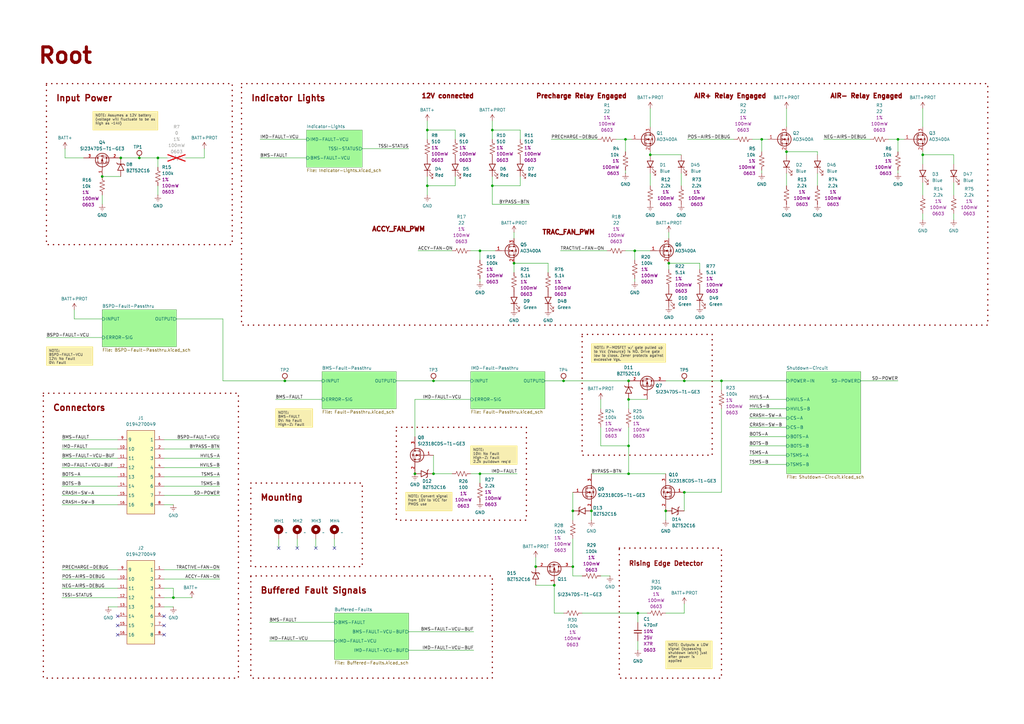
<source format=kicad_sch>
(kicad_sch (version 20250114) (generator "eeschema") (generator_version "9.0")
  (paper "A3")
  (rectangle (start 102.87 236.22) (end 201.93 278.13) (stroke (width 0.508) (type dot) (color 132 0 0 1)))
  (rectangle (start 254 224.79) (end 295.91 278.13) (stroke (width 0.508) (type dot) (color 132 0 0 1)))
  (rectangle (start 19.05 34.29) (end 95.25 100.33) (stroke (width 0.508) (type dot) (color 132 0 0 1)))
  (rectangle (start 102.87 198.12) (end 148.59 232.41) (stroke (width 0.508) (type dot) (color 132 0 0 1)))
  (rectangle (start 238.76 137.16) (end 292.1 186.69) (stroke (width 0.508) (type dot) (color 132 0 0 1)))
  (rectangle (start 17.78 161.29) (end 97.79 278.13) (stroke (width 0.508) (type dot) (color 132 0 0 1)))
  (rectangle (start 99.06 34.29) (end 405.13 133.35) (stroke (width 0.508) (type dot) (color 132 0 0 1)))
  (rectangle (start 162.56 175.26) (end 215.9 213.36) (stroke (width 0.508) (type dot) (color 132 0 0 1)))
  (text "Buffered Fault Signals" (at 106.68 243.84 0) (effects (font (size 2.54 2.54) (thickness 0.508) (bold yes)) (justify left bottom)))
  (text "12V connected" (at 172.72 40.64 0) (effects (font (size 1.905 1.905) (thickness 0.508) (bold yes)) (justify left bottom)))
  (text "Input Power" (at 22.86 41.91 0) (effects (font (size 2.54 2.54) (thickness 0.508) (bold yes)) (justify left bottom)))
  (text "Rising Edge Detector" (at 257.81 232.41 0) (effects (font (size 1.905 1.905) (thickness 0.381) (bold yes)) (justify left bottom)))
  (text "Root" (at 15.24 26.67 0) (effects (font (size 6.35 6.35) (thickness 1.27) (bold yes)) (justify left bottom)))
  (text "ACCY_FAN_PWM" (at 152.4 95.25 0) (effects (font (size 1.905 1.905) (thickness 0.508) (bold yes)) (justify left bottom)))
  (text "TRAC_FAN_PWM" (at 222.25 96.52 0) (effects (font (size 1.905 1.905) (thickness 0.508) (bold yes)) (justify left bottom)))
  (text "Precharge Relay Engaged" (at 219.71 40.64 0) (effects (font (size 1.905 1.905) (thickness 0.508) (bold yes)) (justify left bottom)))
  (text "Mounting" (at 106.68 205.74 0) (effects (font (size 2.54 2.54) (thickness 0.508) (bold yes)) (justify left bottom)))
  (text "Indicator Lights" (at 102.87 41.91 0) (effects (font (size 2.54 2.54) (thickness 0.508) (bold yes)) (justify left bottom)))
  (text "AIR+ Relay Engaged" (at 284.48 40.64 0) (effects (font (size 1.905 1.905) (thickness 0.508) (bold yes)) (justify left bottom)))
  (text "AIR- Relay Engaged" (at 340.36 40.64 0) (effects (font (size 1.905 1.905) (thickness 0.508) (bold yes)) (justify left bottom)))
  (text "Connectors" (at 21.59 168.91 0) (effects (font (size 2.54 2.54) (thickness 0.508) (bold yes)) (justify left bottom)))
  (text_box "NOTE: Assumes a 12V battery\n(voltage will fluctuate to be as high as ~14V)" (at 38.1 45.72 0) (size 26.67 7.62) (margins 0.9525 0.9525 0.9525 0.9525) (stroke (width 0) (color 245 223 85 1)) (fill (type color) (color 247 238 178 1)) (effects (font (size 1.016 1.016)) (justify left top)))
  (text_box "NOTE: P-MOSFET w/ gate pulled up to Vcc (Vsource) is NO. Drive gate low to close. Zener protects against excessive Vgs." (at 242.57 140.97 0) (size 30.48 7.62) (margins 0.9525 0.9525 0.9525 0.9525) (stroke (width 0) (color 245 223 85 1)) (fill (type color) (color 247 238 178 1)) (effects (font (size 1.016 1.016)) (justify left top)))
  (text_box "NOTE:\nBSPD-FAULT-VCU\n12V: No Fault\n0V: Fault" (at 19.05 142.24 0) (size 19.05 7.62) (margins 0.9525 0.9525 0.9525 0.9525) (stroke (width 0) (color 245 223 85 1)) (fill (type color) (color 247 238 178 1)) (effects (font (size 1.016 1.016)) (justify left top)))
  (text_box "NOTE:\nBMS-FAULT\n0V: No Fault\nHigh-Z: Fault" (at 113.03 167.64 0) (size 15.24 7.62) (margins 0.9525 0.9525 0.9525 0.9525) (stroke (width 0) (color 245 223 85 1)) (fill (type color) (color 247 238 178 1)) (effects (font (size 1.016 1.016)) (justify left top)))
  (text_box "NOTE: Outputs a LOW signal (bypassing shutdown latch) just after power is applied" (at 273.05 262.89 0) (size 19.05 11.43) (margins 0.9525 0.9525 0.9525 0.9525) (stroke (width 0) (color 245 223 85 1)) (fill (type color) (color 247 238 178 1)) (effects (font (size 1.016 1.016)) (justify left top)))
  (text_box "NOTE: Convert signal from 10V to VCC for PMOS use" (at 166.37 201.93 0) (size 19.05 7.62) (margins 0.9525 0.9525 0.9525 0.9525) (stroke (width 0) (color 245 223 85 1)) (fill (type color) (color 247 238 178 1)) (effects (font (size 1.016 1.016)) (justify left top)))
  (text_box "NOTE:\n10V: No Fault\nHigh-Z: Fault\n2.2k pulldown req'd" (at 193.04 182.88 0) (size 19.05 7.62) (margins 0.9525 0.9525 0.9525 0.9525) (stroke (width 0) (color 245 223 85 1)) (fill (type color) (color 247 238 178 1)) (effects (font (size 1.016 1.016)) (justify left top)))
  (junction (at 260.35 102.87))
  (junction (at 257.81 163.83))
  (junction (at 116.84 156.21))
  (junction (at 274.32 107.95))
  (junction (at 256.54 57.15))
  (junction (at 227.33 240.03))
  (junction (at 322.58 62.23))
  (junction (at 57.15 64.77))
  (junction (at 273.05 209.55))
  (junction (at 266.7 63.5))
  (junction (at 219.71 232.41))
  (junction (at 177.8 194.31))
  (junction (at 170.18 194.31))
  (junction (at 196.85 102.87))
  (junction (at 234.95 209.55))
  (junction (at 175.26 76.2))
  (junction (at 261.62 251.46))
  (junction (at 242.57 209.55))
  (junction (at 49.53 64.77))
  (junction (at 280.67 156.21))
  (junction (at 368.3 57.15))
  (junction (at 201.93 76.2))
  (junction (at 257.81 182.88))
  (junction (at 201.93 53.34))
  (junction (at 378.46 63.5))
  (junction (at 312.42 57.15))
  (junction (at 41.91 72.39))
  (junction (at 280.67 201.93))
  (junction (at 175.26 53.34))
  (junction (at 71.12 245.11))
  (junction (at 210.82 107.95))
  (junction (at 234.95 232.41))
  (junction (at 177.8 156.21))
  (junction (at 231.14 156.21))
  (junction (at 257.81 156.21))
  (junction (at 257.81 194.31))
  (junction (at 196.85 194.31))
  (junction (at 295.91 156.21))
  (junction (at 64.77 64.77))
  (no_connect (at 129.54 224.79))
  (no_connect (at 48.26 256.54))
  (no_connect (at 114.3 224.79))
  (no_connect (at 67.31 252.73))
  (no_connect (at 67.31 256.54))
  (no_connect (at 48.26 260.35))
  (no_connect (at 137.16 224.79))
  (no_connect (at 48.26 252.73))
  (no_connect (at 121.92 224.79))
  (no_connect (at 67.31 260.35))
  (wire (pts (xy 30.48 127) (xy 30.48 130.81)))
  (wire (pts (xy 287.02 110.49) (xy 287.02 107.95)))
  (wire (pts (xy 71.12 207.01) (xy 67.31 207.01)))
  (wire (pts (xy 201.93 53.34) (xy 201.93 57.15)))
  (wire (pts (xy 246.38 175.26) (xy 246.38 182.88)))
  (wire (pts (xy 114.3 220.98) (xy 114.3 224.79)))
  (wire (pts (xy 41.91 80.01) (xy 41.91 83.82)))
  (wire (pts (xy 76.2 64.77) (xy 83.82 64.77)))
  (wire (pts (xy 67.31 191.77) (xy 90.17 191.77)))
  (wire (pts (xy 25.4 237.49) (xy 48.26 237.49)))
  (wire (pts (xy 137.16 220.98) (xy 137.16 224.79)))
  (wire (pts (xy 170.18 163.83) (xy 170.18 179.07)))
  (wire (pts (xy 227.33 251.46) (xy 227.33 240.03)))
  (wire (pts (xy 307.34 190.5) (xy 322.58 190.5)))
  (wire (pts (xy 26.67 60.96) (xy 26.67 64.77)))
  (wire (pts (xy 177.8 156.21) (xy 193.04 156.21)))
  (wire (pts (xy 391.16 63.5) (xy 378.46 63.5)))
  (wire (pts (xy 391.16 74.93) (xy 391.16 80.01)))
  (wire (pts (xy 368.3 156.21) (xy 353.06 156.21)))
  (wire (pts (xy 41.91 72.39) (xy 49.53 72.39)))
  (wire (pts (xy 280.67 251.46) (xy 273.05 251.46)))
  (wire (pts (xy 116.84 156.21) (xy 132.08 156.21)))
  (wire (pts (xy 196.85 194.31) (xy 196.85 198.12)))
  (wire (pts (xy 280.67 209.55) (xy 280.67 201.93)))
  (wire (pts (xy 266.7 63.5) (xy 279.4 63.5)))
  (wire (pts (xy 307.34 186.69) (xy 322.58 186.69)))
  (wire (pts (xy 257.81 163.83) (xy 257.81 167.64)))
  (wire (pts (xy 378.46 67.31) (xy 378.46 63.5)))
  (wire (pts (xy 219.71 240.03) (xy 227.33 240.03)))
  (wire (pts (xy 171.45 102.87) (xy 185.42 102.87)))
  (wire (pts (xy 83.82 60.96) (xy 83.82 64.77)))
  (wire (pts (xy 322.58 62.23) (xy 335.28 62.23)))
  (wire (pts (xy 67.31 237.49) (xy 90.17 237.49)))
  (wire (pts (xy 201.93 72.39) (xy 201.93 76.2)))
  (wire (pts (xy 44.45 248.92) (xy 48.26 248.92)))
  (wire (pts (xy 256.54 69.85) (xy 256.54 71.12)))
  (wire (pts (xy 49.53 64.77) (xy 57.15 64.77)))
  (wire (pts (xy 226.06 57.15) (xy 245.11 57.15)))
  (wire (pts (xy 266.7 44.45) (xy 266.7 52.07)))
  (wire (pts (xy 391.16 67.31) (xy 391.16 63.5)))
  (wire (pts (xy 177.8 194.31) (xy 185.42 194.31)))
  (wire (pts (xy 210.82 95.25) (xy 210.82 97.79)))
  (wire (pts (xy 266.7 63.5) (xy 266.7 62.23)))
  (wire (pts (xy 322.58 71.12) (xy 322.58 76.2)))
  (wire (pts (xy 246.38 163.83) (xy 246.38 167.64)))
  (wire (pts (xy 246.38 182.88) (xy 257.81 182.88)))
  (wire (pts (xy 48.26 207.01) (xy 25.4 207.01)))
  (wire (pts (xy 162.56 156.21) (xy 177.8 156.21)))
  (wire (pts (xy 110.49 262.89) (xy 137.16 262.89)))
  (wire (pts (xy 238.76 251.46) (xy 261.62 251.46)))
  (wire (pts (xy 231.14 251.46) (xy 227.33 251.46)))
  (wire (pts (xy 256.54 102.87) (xy 260.35 102.87)))
  (wire (pts (xy 246.38 236.22) (xy 250.19 236.22)))
  (wire (pts (xy 67.31 245.11) (xy 71.12 245.11)))
  (wire (pts (xy 201.93 76.2) (xy 201.93 83.82)))
  (wire (pts (xy 213.36 53.34) (xy 213.36 57.15)))
  (wire (pts (xy 196.85 194.31) (xy 212.09 194.31)))
  (wire (pts (xy 261.62 262.89) (xy 261.62 266.7)))
  (wire (pts (xy 25.4 241.3) (xy 48.26 241.3)))
  (wire (pts (xy 261.62 251.46) (xy 261.62 255.27)))
  (wire (pts (xy 257.81 175.26) (xy 257.81 182.88)))
  (wire (pts (xy 224.79 107.95) (xy 210.82 107.95)))
  (wire (pts (xy 177.8 186.69) (xy 177.8 194.31)))
  (wire (pts (xy 260.35 102.87) (xy 260.35 106.68)))
  (wire (pts (xy 335.28 62.23) (xy 335.28 63.5)))
  (wire (pts (xy 113.03 163.83) (xy 132.08 163.83)))
  (wire (pts (xy 312.42 57.15) (xy 314.96 57.15)))
  (wire (pts (xy 106.68 57.15) (xy 125.73 57.15)))
  (wire (pts (xy 175.26 53.34) (xy 186.69 53.34)))
  (wire (pts (xy 295.91 156.21) (xy 322.58 156.21)))
  (wire (pts (xy 71.12 241.3) (xy 71.12 245.11)))
  (wire (pts (xy 378.46 74.93) (xy 378.46 80.01)))
  (wire (pts (xy 378.46 44.45) (xy 378.46 52.07)))
  (wire (pts (xy 90.17 203.2) (xy 67.31 203.2)))
  (wire (pts (xy 280.67 156.21) (xy 295.91 156.21)))
  (wire (pts (xy 257.81 194.31) (xy 273.05 194.31)))
  (wire (pts (xy 91.44 130.81) (xy 91.44 156.21)))
  (wire (pts (xy 175.26 80.01) (xy 175.26 76.2)))
  (wire (pts (xy 201.93 53.34) (xy 213.36 53.34)))
  (wire (pts (xy 234.95 209.55) (xy 234.95 213.36)))
  (wire (pts (xy 25.4 187.96) (xy 48.26 187.96)))
  (wire (pts (xy 257.81 163.83) (xy 265.43 163.83)))
  (wire (pts (xy 25.4 184.15) (xy 48.26 184.15)))
  (wire (pts (xy 231.14 156.21) (xy 257.81 156.21)))
  (wire (pts (xy 196.85 114.3) (xy 196.85 115.57)))
  (wire (pts (xy 281.94 57.15) (xy 300.99 57.15)))
  (wire (pts (xy 234.95 236.22) (xy 234.95 232.41)))
  (wire (pts (xy 307.34 175.26) (xy 322.58 175.26)))
  (wire (pts (xy 223.52 156.21) (xy 231.14 156.21)))
  (wire (pts (xy 256.54 57.15) (xy 256.54 62.23)))
  (wire (pts (xy 210.82 111.76) (xy 210.82 107.95)))
  (wire (pts (xy 391.16 90.17) (xy 391.16 87.63)))
  (wire (pts (xy 242.57 194.31) (xy 257.81 194.31)))
  (wire (pts (xy 64.77 76.2) (xy 64.77 80.01)))
  (wire (pts (xy 322.58 44.45) (xy 322.58 52.07)))
  (wire (pts (xy 229.87 102.87) (xy 248.92 102.87)))
  (wire (pts (xy 129.54 220.98) (xy 129.54 224.79)))
  (wire (pts (xy 295.91 156.21) (xy 295.91 160.02)))
  (wire (pts (xy 287.02 107.95) (xy 274.32 107.95)))
  (wire (pts (xy 368.3 57.15) (xy 370.84 57.15)))
  (wire (pts (xy 308.61 57.15) (xy 312.42 57.15)))
  (wire (pts (xy 307.34 171.45) (xy 322.58 171.45)))
  (wire (pts (xy 242.57 209.55) (xy 242.57 213.36)))
  (wire (pts (xy 256.54 57.15) (xy 259.08 57.15)))
  (wire (pts (xy 307.34 167.64) (xy 322.58 167.64)))
  (wire (pts (xy 335.28 71.12) (xy 335.28 76.2)))
  (wire (pts (xy 260.35 102.87) (xy 266.7 102.87)))
  (wire (pts (xy 71.12 245.11) (xy 78.74 245.11)))
  (wire (pts (xy 25.4 195.58) (xy 48.26 195.58)))
  (wire (pts (xy 378.46 90.17) (xy 378.46 87.63)))
  (wire (pts (xy 175.26 76.2) (xy 186.69 76.2)))
  (wire (pts (xy 193.04 102.87) (xy 196.85 102.87)))
  (wire (pts (xy 67.31 199.39) (xy 90.17 199.39)))
  (wire (pts (xy 201.93 83.82) (xy 217.17 83.82)))
  (wire (pts (xy 312.42 57.15) (xy 312.42 62.23)))
  (wire (pts (xy 266.7 71.12) (xy 266.7 76.2)))
  (wire (pts (xy 307.34 179.07) (xy 322.58 179.07)))
  (wire (pts (xy 67.31 241.3) (xy 71.12 241.3)))
  (wire (pts (xy 167.64 259.08) (xy 194.31 259.08)))
  (wire (pts (xy 167.64 60.96) (xy 148.59 60.96)))
  (wire (pts (xy 213.36 72.39) (xy 213.36 76.2)))
  (wire (pts (xy 175.26 49.53) (xy 175.26 53.34)))
  (wire (pts (xy 67.31 233.68) (xy 90.17 233.68)))
  (wire (pts (xy 196.85 102.87) (xy 196.85 106.68)))
  (wire (pts (xy 261.62 251.46) (xy 265.43 251.46)))
  (wire (pts (xy 175.26 53.34) (xy 175.26 57.15)))
  (wire (pts (xy 67.31 248.92) (xy 71.12 248.92)))
  (wire (pts (xy 175.26 72.39) (xy 175.26 76.2)))
  (wire (pts (xy 307.34 163.83) (xy 322.58 163.83)))
  (wire (pts (xy 337.82 57.15) (xy 356.87 57.15)))
  (wire (pts (xy 25.4 199.39) (xy 48.26 199.39)))
  (wire (pts (xy 170.18 163.83) (xy 193.04 163.83)))
  (wire (pts (xy 167.64 266.7) (xy 194.31 266.7)))
  (wire (pts (xy 273.05 209.55) (xy 273.05 213.36)))
  (wire (pts (xy 273.05 156.21) (xy 280.67 156.21)))
  (wire (pts (xy 252.73 57.15) (xy 256.54 57.15)))
  (wire (pts (xy 121.92 220.98) (xy 121.92 224.79)))
  (wire (pts (xy 280.67 201.93) (xy 295.91 201.93)))
  (wire (pts (xy 25.4 233.68) (xy 48.26 233.68)))
  (wire (pts (xy 234.95 220.98) (xy 234.95 232.41)))
  (wire (pts (xy 274.32 110.49) (xy 274.32 107.95)))
  (wire (pts (xy 219.71 228.6) (xy 219.71 232.41)))
  (wire (pts (xy 67.31 195.58) (xy 90.17 195.58)))
  (wire (pts (xy 201.93 76.2) (xy 213.36 76.2)))
  (wire (pts (xy 307.34 182.88) (xy 322.58 182.88)))
  (wire (pts (xy 186.69 72.39) (xy 186.69 76.2)))
  (wire (pts (xy 25.4 191.77) (xy 48.26 191.77)))
  (wire (pts (xy 48.26 203.2) (xy 25.4 203.2)))
  (wire (pts (xy 378.46 63.5) (xy 378.46 62.23)))
  (wire (pts (xy 19.05 138.43) (xy 41.91 138.43)))
  (wire (pts (xy 312.42 69.85) (xy 312.42 71.12)))
  (wire (pts (xy 279.4 71.12) (xy 279.4 76.2)))
  (wire (pts (xy 67.31 187.96) (xy 90.17 187.96)))
  (wire (pts (xy 368.3 69.85) (xy 368.3 71.12)))
  (wire (pts (xy 64.77 64.77) (xy 68.58 64.77)))
  (wire (pts (xy 364.49 57.15) (xy 368.3 57.15)))
  (wire (pts (xy 186.69 53.34) (xy 186.69 57.15)))
  (wire (pts (xy 257.81 182.88) (xy 257.81 194.31)))
  (wire (pts (xy 274.32 95.25) (xy 274.32 97.79)))
  (wire (pts (xy 196.85 102.87) (xy 203.2 102.87)))
  (wire (pts (xy 25.4 180.34) (xy 48.26 180.34)))
  (wire (pts (xy 260.35 114.3) (xy 260.35 115.57)))
  (wire (pts (xy 106.68 64.77) (xy 125.73 64.77)))
  (wire (pts (xy 48.26 245.11) (xy 25.4 245.11)))
  (wire (pts (xy 67.31 184.15) (xy 90.17 184.15)))
  (wire (pts (xy 193.04 194.31) (xy 196.85 194.31)))
  (wire (pts (xy 280.67 247.65) (xy 280.67 251.46)))
  (wire (pts (xy 90.17 180.34) (xy 67.31 180.34)))
  (wire (pts (xy 368.3 57.15) (xy 368.3 62.23)))
  (wire (pts (xy 64.77 64.77) (xy 64.77 68.58)))
  (wire (pts (xy 322.58 63.5) (xy 322.58 62.23)))
  (wire (pts (xy 26.67 64.77) (xy 34.29 64.77)))
  (wire (pts (xy 201.93 49.53) (xy 201.93 53.34)))
  (wire (pts (xy 91.44 156.21) (xy 116.84 156.21)))
  (wire (pts (xy 72.39 130.81) (xy 91.44 130.81)))
  (wire (pts (xy 110.49 255.27) (xy 137.16 255.27)))
  (wire (pts (xy 295.91 167.64) (xy 295.91 201.93)))
  (wire (pts (xy 234.95 201.93) (xy 234.95 209.55)))
  (wire (pts (xy 224.79 111.76) (xy 224.79 107.95)))
  (wire (pts (xy 238.76 236.22) (xy 234.95 236.22)))
  (wire (pts (xy 30.48 130.81) (xy 41.91 130.81)))
  (wire (pts (xy 57.15 64.77) (xy 64.77 64.77)))
  (label "IMD-FAULT-VCU" (at 110.49 262.89 0))
  (label "IMD-FAULT-VCU-BUF" (at 194.31 266.7 180))
  (label "NEG-AIRS-DEBUG" (at 337.82 57.15 0))
  (label "CRASH-SW-A" (at 307.34 171.45 0))
  (label "BOTS-A" (at 25.4 195.58 0))
  (label "BMS-FAULT" (at 110.49 255.27 0))
  (label "POS-AIRS-DEBUG" (at 281.94 57.15 0))
  (label "BMS-FAULT" (at 113.03 163.83 0))
  (label "BMS-FAULT-VCU-BUF" (at 194.31 259.08 180))
  (label "ACCY-FAN-ON" (at 171.45 102.87 0))
  (label "BSPD-FAULT-VCU" (at 90.17 180.34 180))
  (label "HVILS-A" (at 90.17 187.96 180))
  (label "POS-AIRS-DEBUG" (at 25.4 237.49 0))
  (label "SD-POWER" (at 368.3 156.21 180))
  (label "HVILS-B" (at 90.17 191.77 180))
  (label "SD-POWER" (at 90.17 203.2 180))
  (label "ACCY-FAN-ON" (at 90.17 237.49 180))
  (label "BYPASS-BTN" (at 242.57 194.31 0))
  (label "BYPASS-BTN" (at 90.17 184.15 180))
  (label "TRACTIVE-FAN-ON" (at 90.17 233.68 180))
  (label "CRASH-SW-A" (at 25.4 203.2 0))
  (label "IMD-FAULT" (at 212.09 194.31 180))
  (label "TSMS-A" (at 90.17 195.58 180))
  (label "CRASH-SW-B" (at 25.4 207.01 0))
  (label "BOTS-B" (at 307.34 182.88 0))
  (label "PRECHARGE-DEBUG" (at 25.4 233.68 0))
  (label "BOTS-A" (at 307.34 179.07 0))
  (label "TSMS-B" (at 90.17 199.39 180))
  (label "BMS-FAULT" (at 25.4 180.34 0))
  (label "TSSI-STATUS" (at 25.4 245.11 0))
  (label "HVILS-B" (at 307.34 167.64 0))
  (label "BYPASS-BTN" (at 217.17 83.82 180))
  (label "NEG-AIRS-DEBUG" (at 25.4 241.3 0))
  (label "TSMS-A" (at 307.34 186.69 0))
  (label "IMD-FAULT" (at 25.4 184.15 0))
  (label "CRASH-SW-B" (at 307.34 175.26 0))
  (label "IMD-FAULT-VCU" (at 189.23 163.83 180))
  (label "TSSI-STATUS" (at 167.64 60.96 180))
  (label "BSPD-FAULT-VCU" (at 19.05 138.43 0))
  (label "BOTS-B" (at 25.4 199.39 0))
  (label "BMS-FAULT" (at 106.68 64.77 0))
  (label "HVILS-A" (at 307.34 163.83 0))
  (label "TRACTIVE-FAN-ON" (at 229.87 102.87 0))
  (label "IMD-FAULT-VCU-BUF" (at 25.4 191.77 0))
  (label "IMD-FAULT-VCU" (at 106.68 57.15 0))
  (label "TSMS-B" (at 307.34 190.5 0))
  (label "BMS-FAULT-VCU-BUF" (at 25.4 187.96 0))
  (label "PRECHARGE-DEBUG" (at 226.06 57.15 0))
  (symbol (lib_id "-Diodes-LED:NCD0805B2") (at 266.7 63.5 270) (unit 1)
    (property "Reference" "D1" (at 270.51 67.6274 90) (effects (justify left)))
    (property "Value" "Blue" (at 270.51 70.1674 90) (effects (justify left)))
    (property "Footprint" "LED_SMD:LED_0805_2012Metric" (effects (hide yes)))
    (property "Datasheet" "https://jlcpcb.com/api/file/downloadByFileSystemAccessId/8550724080677908480" (effects (hide yes)))
    (property "Description" "Red LED, SMD 0805, 615-630 nm, Vf 1.6-2.6 V" (effects (hide yes)))
    (property "Link" "https://jlcpcb.com/partdetail/85425-NCD0805R1/C84256" (effects (hide yes)))
    (property "Manufacturer" "Foshan NationStar Optoelectronics" (effects (hide yes)))
    (property "Manufacturer P/N" "NCD0805R1" (effects (hide yes)))
    (property "Digikey P/N" "350-2039-1-ND" (effects (hide yes)))
    (property "Mouser P/N" "645-598-8120-107F" (effects (hide yes)))
    (property "LCSC P/N" "C84256" (effects (hide yes)))
  )
  (symbol (lib_id "-Mounting-Hole:M3 3.5mm Ø") (at 129.54 220.98 0) (unit 1)
    (property "Reference" "MH3" (at 127.5801 213.6629 0) (effects (justify left)))
    (property "Value" "~" (at 132.08 218.44 0) (effects (justify left)))
    (property "Footprint" "MountingHole:MountingHole_3.5mm_Pad_TopBottom" (effects (hide yes)))
    (property "Description" "M3 Mounting Hole 3.5mm Hole Diameter" (effects (hide yes)))
  )
  (symbol (lib_id "-C-Ceramic-0603:C-0603-470nF-10%-25V-X7R") (at 261.62 262.89 90) (unit 1)
    (property "Reference" "C1" (at 263.9005 253.9011 90) (effects (justify right)))
    (property "Value" "470nF" (at 263.9005 256.4411 90) (effects (justify right)))
    (property "Footprint" "Capacitor_SMD:C_0603_1608Metric_Pad1.08x0.95mm_HandSolder" (effects (hide yes)))
    (property "Datasheet" "https://jlcpcb.com/api/file/downloadByFileSystemAccessId/8579707013305327616" (effects (hide yes)))
    (property "Description" "470nF 25V X7R 0603 JLCPCB Basic Capacitor" (effects (hide yes)))
    (property "Tolerance" "10%" (at 263.9005 258.9811 90) (effects (justify right)))
    (property "Voltage" "25V" (at 263.9005 261.5211 90) (effects (justify right)))
    (property "Dielectric" "X7R" (at 263.9005 264.0611 90) (effects (justify right)))
    (property "Case/Package" "0603" (at 263.9005 266.6011 90) (effects (justify right)))
    (property "Link" "https://jlcpcb.com/partdetail/1975-CL10B474KA8NNNC/C1623" (effects (hide yes)))
    (property "Manufacturer" "Samsung Electro-Mechanics" (effects (hide yes)))
    (property "Manufacturer P/N" "CL10B474KA8NNNC" (effects (hide yes)))
    (property "Digikey P/N" "1276-2083-1-ND" (effects (hide yes)))
    (property "Mouser P/N" "187-CL10B474KA8NNNC" (effects (hide yes)))
    (property "LCSC P/N" "C1623" (effects (hide yes)))
  )
  (symbol (lib_id "-R-SMD-0603:R-0603-2.2k-1%-100mW-100PPM") (at 322.58 76.2 270) (unit 1)
    (property "Reference" "R13" (at 328.93 73.66 90))
    (property "Value" "2.2k" (at 328.93 76.2 90))
    (property "Footprint" "Resistor_SMD:R_0603_1608Metric_Pad0.98x0.95mm_HandSolder" (effects (hide yes)))
    (property "Datasheet" "https://jlcpcb.com/api/file/downloadByFileSystemAccessId/8579706158415659008" (effects (hide yes)))
    (property "Description" "2.2kΩ 0603 JLCPCB Basic Resistor" (effects (hide yes)))
    (property "Tolerance" "1%" (at 328.93 78.74 90))
    (property "Power Rating" "100mW" (at 328.93 81.28 90))
    (property "Case/Package" "0603" (at 328.93 83.82 90))
    (property "Link" "https://jlcpcb.com/partdetail/4597-0603WAF2201T5E/C4190" (effects (hide yes)))
    (property "Manufacturer" "UNI-ROYAL" (effects (hide yes)))
    (property "Manufacturer P/N" "0603WAF2201T5E" (effects (hide yes)))
    (property "Digikey P/N" "311-2.20KHRCT-ND" (effects (hide yes)))
    (property "Mouser P/N" "603-RC0603FR-072K2L" (effects (hide yes)))
    (property "LCSC P/N" "C4190" (effects (hide yes)))
  )
  (symbol (lib_id "-Test-Points:Square-Pad-1mm") (at 57.15 64.77 0) (unit 1)
    (property "Reference" "TP1" (at 54.7233 60.2924 0) (effects (justify left)))
    (property "Footprint" "TestPoint:TestPoint_Pad_1.0x1.0mm" (effects (hide yes)))
    (property "Description" "Square Pad 1mm" (effects (hide yes)))
  )
  (symbol (lib_id "power:VCC") (at 210.82 95.25 0) (mirror y) (unit 1)
    (property "Reference" "#PWR017" (effects (hide yes)))
    (property "Value" "BATT+PROT" (at 210.82 91.44 0))
    (property "Description" "Power symbol creates a global label with name \"VCC\"" (effects (hide yes)))
  )
  (symbol (lib_id "-MOSFET-N-Channel:SI2318CDS-T1-GE3") (at 234.95 201.93 0) (unit 1)
    (property "Reference" "Q9" (at 245.0856 200.5732 0) (effects (justify left)))
    (property "Value" "SI2318CDS-T1-GE3" (at 245.0856 203.1132 0) (effects (justify left)))
    (property "Footprint" "Package_TO_SOT_SMD:SOT-23-3" (effects (hide yes)))
    (property "Datasheet" "https://www.vishay.com/docs/67030/si2318cds.pdf" (effects (hide yes)))
    (property "Description" "N-Channel 40 V 5.6A (Tc) 1.25W (Ta), 2.1W (Tc) Surface Mount SOT-23-3 (TO-236)" (effects (hide yes)))
    (property "Link" "https://www.digikey.com/en/products/detail/vishay-siliconix/SI2318CDS-T1-GE3/3748954?s=N4IgTCBcDaIMoEkwGYCMAOAwgETgWgBVU8BxAUWUwLwDlsQBdAXyA" (effects (hide yes)))
    (property "Manufacturer" "Vishay" (effects (hide yes)))
    (property "Manufacturer P/N" "SI2318CDS-T1-GE3" (effects (hide yes)))
    (property "Digikey P/N" "SI2318CDS-T1-GE3CT-ND" (effects (hide yes)))
    (property "Mouser P/N" "781-SI2318CDS-T1-GE3" (effects (hide yes)))
    (property "LCSC P/N" "C14498" (effects (hide yes)))
  )
  (symbol (lib_id "-Diodes-Zener:BZT52C16") (at 273.05 209.55 0) (unit 1)
    (property "Reference" "D14" (at 275.5168 213.0311 0) (effects (justify left)))
    (property "Value" "BZT52C16" (at 275.5168 215.5711 0) (effects (justify left)))
    (property "Footprint" "Diode_SMD:D_SOD-123" (effects (hide yes)))
    (property "Datasheet" "https://diotec.com/request/datasheet/bzt52c2v4.pdf" (effects (hide yes)))
    (property "Description" "Zener Diode 16 V 500 mW ±5% Surface Mount SOD-123F" (effects (hide yes)))
    (property "Link" "https://www.digikey.com/en/products/detail/diotec-semiconductor/BZT52C16/22192605?s=N4IgTCBcDaICwA4DsCC0AhAWgFQKxgGEBGANgO1QDkAREAXQF8g" (effects (hide yes)))
    (property "Manufacturer" "Diotec" (effects (hide yes)))
    (property "Manufacturer P/N" "BZT52C16" (effects (hide yes)))
    (property "Digikey P/N" "4878-BZT52C16CT-ND" (effects (hide yes)))
    (property "Mouser P/N" "637-BZT52C16" (effects (hide yes)))
    (property "LCSC P/N" "C2105" (effects (hide yes)))
  )
  (symbol (lib_id "power:VCC") (at 322.58 44.45 0) (mirror y) (unit 1)
    (property "Reference" "#PWR02" (effects (hide yes)))
    (property "Value" "BATT+PROT" (at 322.58 40.005 0))
    (property "Description" "Power symbol creates a global label with name \"VCC\"" (effects (hide yes)))
  )
  (symbol (lib_id "-Diodes-LED:NCD0805R1") (at 186.69 64.77 270) (unit 1)
    (property "Reference" "D5" (at 189.7313 69.2826 90) (effects (justify left)))
    (property "Value" "Red" (at 189.7313 71.8226 90) (effects (justify left)))
    (property "Footprint" "LED_SMD:LED_0805_2012Metric" (effects (hide yes)))
    (property "Datasheet" "https://jlcpcb.com/api/file/downloadByFileSystemAccessId/8550724080677908480" (effects (hide yes)))
    (property "Description" "Red LED, SMD 0805, 615-630 nm, Vf 1.6-2.6 V" (effects (hide yes)))
    (property "Link" "https://jlcpcb.com/partdetail/85425-NCD0805R1/C84256" (effects (hide yes)))
    (property "Manufacturer" "Foshan NationStar Optoelectronics" (effects (hide yes)))
    (property "Manufacturer P/N" "NCD0805R1" (effects (hide yes)))
    (property "Digikey P/N" "350-2039-1-ND" (effects (hide yes)))
    (property "Mouser P/N" "645-598-8120-107F" (effects (hide yes)))
    (property "LCSC P/N" "C84256" (effects (hide yes)))
  )
  (symbol (lib_id "-R-SMD-0603:R-0603-100k-1%-100mW-100PPM") (at 238.76 236.22 0) (unit 1)
    (property "Reference" "R29" (at 242.573 223.6141 0))
    (property "Value" "100k" (at 242.573 226.1541 0))
    (property "Footprint" "Resistor_SMD:R_0603_1608Metric_Pad0.98x0.95mm_HandSolder" (effects (hide yes)))
    (property "Datasheet" "https://jlcpcb.com/api/file/downloadByFileSystemAccessId/8579706350726930432" (effects (hide yes)))
    (property "Description" "100kΩ 0603 JLCPCB Basic Resistor" (effects (hide yes)))
    (property "Tolerance" "1%" (at 242.573 228.6941 0))
    (property "Power Rating" "100mW" (at 242.573 231.2341 0))
    (property "Case/Package" "0603" (at 242.573 233.7741 0))
    (property "Link" "https://jlcpcb.com/partdetail/26546-0603WAF1003T5E/C25803" (effects (hide yes)))
    (property "Manufacturer" "UNI-ROYAL" (effects (hide yes)))
    (property "Manufacturer P/N" "0603WAF1003T5E" (effects (hide yes)))
    (property "Digikey P/N" "RG16P100KBCT-ND" (effects (hide yes)))
    (property "Mouser P/N" "754-RG1608P-104-B-T5" (effects (hide yes)))
    (property "LCSC P/N" "C25803" (effects (hide yes)))
  )
  (symbol (lib_id "power:Earth") (at 391.16 90.17 0) (unit 1)
    (property "Reference" "#PWR068" (effects (hide yes)))
    (property "Value" "GND" (at 391.16 94.615 0))
    (property "Description" "Power symbol creates a global label with name \"Earth\"" (effects (hide yes)))
  )
  (symbol (lib_id "-Diodes-LED:NCD0805G1") (at 274.32 118.11 270) (unit 1)
    (property "Reference" "D10" (at 278.13 122.2374 90) (effects (justify left)))
    (property "Value" "Green" (at 278.13 124.7774 90) (effects (justify left)))
    (property "Footprint" "LED_SMD:LED_0805_2012Metric" (effects (hide yes)))
    (property "Datasheet" "https://jlcpcb.com/api/file/downloadByFileSystemAccessId/8550724080677908480" (effects (hide yes)))
    (property "Description" "Green LED, SMD 0805, 615-630 nm, Vf 1.6-2.6 V" (effects (hide yes)))
    (property "Link" "https://jlcpcb.com/partdetail/85425-NCD0805R1/C84256" (effects (hide yes)))
    (property "Manufacturer" "Foshan NationStar Optoelectronics" (effects (hide yes)))
    (property "Manufacturer P/N" "NCD0805R1" (effects (hide yes)))
    (property "Digikey P/N" "350-2039-1-ND" (effects (hide yes)))
    (property "Mouser P/N" "645-598-8120-107F" (effects (hide yes)))
    (property "LCSC P/N" "C84256" (effects (hide yes)))
  )
  (symbol (lib_id "-R-SMD-0603:R-0603-10k-1%-100mW-100PPM") (at 41.91 80.01 90) (unit 1)
    (property "Reference" "R16" (at 33.6706 73.8226 90) (effects (justify right)))
    (property "Value" "10k" (at 33.6706 76.3626 90) (effects (justify right)))
    (property "Footprint" "Resistor_SMD:R_0603_1608Metric_Pad0.98x0.95mm_HandSolder" (effects (hide yes)))
    (property "Datasheet" "https://jlcpcb.com/api/file/downloadByFileSystemAccessId/8579706381320323072" (effects (hide yes)))
    (property "Description" "10kΩ 0603 JLCPCB Basic Resistor" (effects (hide yes)))
    (property "Tolerance" "1%" (at 33.6706 78.9026 90) (effects (justify right)))
    (property "Power Rating" "100mW" (at 33.6706 81.4426 90) (effects (justify right)))
    (property "Case/Package" "0603" (at 33.6706 83.9826 90) (effects (justify right)))
    (property "Link" "https://jlcpcb.com/partdetail/26547-0603WAF1002T5E/C25804" (effects (hide yes)))
    (property "Manufacturer" "UNI-ROYAL" (effects (hide yes)))
    (property "Manufacturer P/N" "0603WAF1002T5E" (effects (hide yes)))
    (property "Digikey P/N" "541-10.0KHCT-ND" (effects (hide yes)))
    (property "Mouser P/N" "71-CRCW0603-10K-E3" (effects (hide yes)))
    (property "LCSC P/N" "C25804" (effects (hide yes)))
  )
  (symbol (lib_id "power:Earth") (at 224.79 127 0) (unit 1)
    (property "Reference" "#PWR069" (effects (hide yes)))
    (property "Value" "GND" (at 224.79 131.445 0))
    (property "Description" "Power symbol creates a global label with name \"Earth\"" (effects (hide yes)))
  )
  (symbol (lib_id "-R-SMD-0603:R-0603-100k-1%-100mW-100PPM") (at 64.77 76.2 90) (unit 1)
    (property "Reference" "R15" (at 66.3927 68.58 90) (effects (justify right)))
    (property "Value" "100k" (at 66.3927 71.12 90) (effects (justify right)))
    (property "Footprint" "Resistor_SMD:R_0603_1608Metric_Pad0.98x0.95mm_HandSolder" (effects (hide yes)))
    (property "Datasheet" "https://jlcpcb.com/api/file/downloadByFileSystemAccessId/8579706350726930432" (effects (hide yes)))
    (property "Description" "100kΩ 0603 JLCPCB Basic Resistor" (effects (hide yes)))
    (property "Tolerance" "1%" (at 66.3927 73.66 90) (effects (justify right)))
    (property "Power Rating" "100mW" (at 66.3927 76.2 90) (effects (justify right)))
    (property "Case/Package" "0603" (at 66.3927 78.74 90) (effects (justify right)))
    (property "Link" "https://jlcpcb.com/partdetail/26546-0603WAF1003T5E/C25803" (effects (hide yes)))
    (property "Manufacturer" "UNI-ROYAL" (effects (hide yes)))
    (property "Manufacturer P/N" "0603WAF1003T5E" (effects (hide yes)))
    (property "Digikey P/N" "RG16P100KBCT-ND" (effects (hide yes)))
    (property "Mouser P/N" "754-RG1608P-104-B-T5" (effects (hide yes)))
    (property "LCSC P/N" "C25803" (effects (hide yes)))
  )
  (symbol (lib_id "-R-SMD-0603:R-0603-5.1k-1%-100mW-100PPM_1_1") (at 224.79 119.38 90) (unit 1)
    (property "Reference" "R76" (at 227.33 110.4899 90) (effects (justify right)))
    (property "Value" "5.1k" (at 227.33 113.0299 90) (effects (justify right)))
    (property "Footprint" "Resistor_SMD:R_0603_1608Metric_Pad0.98x0.95mm_HandSolder" (effects (hide yes)))
    (property "Datasheet" "https://jlcpcb.com/api/file/downloadByFileSystemAccessId/8579706158415659008" (effects (hide yes)))
    (property "Description" "5.1kΩ 0603 JLCPCB Basic Resistor" (effects (hide yes)))
    (property "Tolerance" "1%" (at 227.33 115.5699 90) (effects (justify right)))
    (property "Power Rating" "100mW" (at 227.33 118.1099 90) (effects (justify right)))
    (property "Case/Package" "0603" (at 227.33 120.6499 90) (effects (justify right)))
    (property "Link" "https://jlcpcb.com/partdetail/4597-0603WAF2201T5E/C4190" (effects (hide yes)))
    (property "Manufacturer" "UNI-ROYAL" (effects (hide yes)))
    (property "Manufacturer P/N" "0603WAF2201T5E" (effects (hide yes)))
    (property "Digikey P/N" "311-2.20KHRCT-ND" (effects (hide yes)))
    (property "Mouser P/N" "603-RC0603FR-072K2L" (effects (hide yes)))
    (property "LCSC P/N" "C4190" (effects (hide yes)))
  )
  (symbol (lib_id "Transistor_FET:AO3400A") (at 320.04 57.15 0) (unit 1)
    (property "Reference" "Q2" (at 325.12 54.61 0) (effects (justify left)))
    (property "Value" "AO3400A" (at 325.12 57.15 0) (effects (justify left)))
    (property "Footprint" "Package_TO_SOT_SMD:SOT-23" (effects (hide yes)))
    (property "Datasheet" "http://www.aosmd.com/pdfs/datasheet/AO3400A.pdf" (effects (hide yes)))
    (property "Description" "30V Vds, 5.7A Id, N-Channel MOSFET, SOT-23" (effects (hide yes)))
  )
  (symbol (lib_id "-Test-Points:Square-Pad-1mm") (at 116.84 156.21 0) (unit 1)
    (property "Reference" "TP2" (at 116.7988 151.7239 0))
    (property "Footprint" "TestPoint:TestPoint_Pad_1.0x1.0mm" (effects (hide yes)))
    (property "Description" "Square Pad 1mm" (effects (hide yes)))
  )
  (symbol (lib_id "-R-SMD-0603:R-0603-100-1%-100mW-100PPM") (at 185.42 194.31 0) (unit 1)
    (property "Reference" "R26" (at 190.0535 197.3778 0))
    (property "Value" "100" (at 190.0535 199.9178 0))
    (property "Footprint" "Resistor_SMD:R_0603_1608Metric_Pad0.98x0.95mm_HandSolder" (effects (hide yes)))
    (property "Datasheet" "https://jlcpcb.com/api/file/downloadByFileSystemAccessId/8579706114222985216" (effects (hide yes)))
    (property "Description" "100Ω 0603 JLCPCB Basic Resistor" (effects (hide yes)))
    (property "Tolerance" "1%" (at 190.0535 202.4578 0))
    (property "Power Rating" "100mW" (at 190.0535 204.9978 0))
    (property "Case/Package" "0603" (at 190.0535 207.5378 0))
    (property "Link" "https://jlcpcb.com/partdetail/23502-0603WAF1000T5E/C22775" (effects (hide yes)))
    (property "Manufacturer" "UNI-ROYAL" (effects (hide yes)))
    (property "Manufacturer P/N" "0603WAF1000T5E" (effects (hide yes)))
    (property "Digikey P/N" "311-100HRCT-ND" (effects (hide yes)))
    (property "Mouser P/N" "603-RC0603FR-07100RL" (effects (hide yes)))
    (property "LCSC P/N" "C22775" (effects (hide yes)))
  )
  (symbol (lib_id "-Diodes-LED:NCD0805G1") (at 210.82 119.38 270) (unit 1)
    (property "Reference" "D9" (at 214.63 123.5074 90) (effects (justify left)))
    (property "Value" "Green" (at 214.63 126.0474 90) (effects (justify left)))
    (property "Footprint" "LED_SMD:LED_0805_2012Metric" (effects (hide yes)))
    (property "Datasheet" "https://jlcpcb.com/api/file/downloadByFileSystemAccessId/8550724080677908480" (effects (hide yes)))
    (property "Description" "Green LED, SMD 0805, 615-630 nm, Vf 1.6-2.6 V" (effects (hide yes)))
    (property "Link" "https://jlcpcb.com/partdetail/85425-NCD0805R1/C84256" (effects (hide yes)))
    (property "Manufacturer" "Foshan NationStar Optoelectronics" (effects (hide yes)))
    (property "Manufacturer P/N" "NCD0805R1" (effects (hide yes)))
    (property "Digikey P/N" "350-2039-1-ND" (effects (hide yes)))
    (property "Mouser P/N" "645-598-8120-107F" (effects (hide yes)))
    (property "LCSC P/N" "C84256" (effects (hide yes)))
  )
  (symbol (lib_id "-MOSFET-P-Channel:SI2347DS-T1-GE3") (at 227.33 240.03 270) (mirror x) (unit 1)
    (property "Reference" "Q11" (at 228.6 237.49 90) (effects (justify left)))
    (property "Value" "SI2347DS-T1-GE3" (at 228.6 243.84 90) (effects (justify left)))
    (property "Footprint" "Package_TO_SOT_SMD:SOT-23-3" (effects (hide yes)))
    (property "Datasheet" "https://www.vishay.com/docs/62827/si2347ds.pdf" (effects (hide yes)))
    (property "Description" "P-Channel 30 V 5A (Tc) 1.7W (Tc) Surface Mount SOT-23-3 (TO-236)" (effects (hide yes)))
    (property "Link" "https://www.digikey.com/en/products/detail/vishay-siliconix/SI2347DS-T1-GE3/4496222?s=N4IgTCBcDaIMoEkwGYAsB2AInAtAFQEYcBxAUWQGE8cA5TEAXQF8g" (effects (hide yes)))
    (property "Manufacturer" "Vishay" (effects (hide yes)))
    (property "Manufacturer P/N" "SI2347DS-T1-GE3" (effects (hide yes)))
    (property "Digikey P/N" "SI2347DS-T1-GE3CT-ND" (effects (hide yes)))
    (property "Mouser P/N" "78-SI2347DS-T1-GE3" (effects (hide yes)))
    (property "LCSC P/N" "C145002" (effects (hide yes)))
  )
  (symbol (lib_id "-Test-Points:Square-Pad-1mm") (at 280.67 156.21 0) (unit 1)
    (property "Reference" "TP5" (at 280.6288 151.7239 0))
    (property "Footprint" "TestPoint:TestPoint_Pad_1.0x1.0mm" (effects (hide yes)))
    (property "Description" "Square Pad 1mm" (effects (hide yes)))
  )
  (symbol (lib_id "-Diodes-LED:NCD0805R1") (at 201.93 64.77 270) (unit 1)
    (property "Reference" "D6" (at 204.9713 69.2826 90) (effects (justify left)))
    (property "Value" "Red" (at 204.9713 71.8226 90) (effects (justify left)))
    (property "Footprint" "LED_SMD:LED_0805_2012Metric" (effects (hide yes)))
    (property "Datasheet" "https://jlcpcb.com/api/file/downloadByFileSystemAccessId/8550724080677908480" (effects (hide yes)))
    (property "Description" "Red LED, SMD 0805, 615-630 nm, Vf 1.6-2.6 V" (effects (hide yes)))
    (property "Link" "https://jlcpcb.com/partdetail/85425-NCD0805R1/C84256" (effects (hide yes)))
    (property "Manufacturer" "Foshan NationStar Optoelectronics" (effects (hide yes)))
    (property "Manufacturer P/N" "NCD0805R1" (effects (hide yes)))
    (property "Digikey P/N" "350-2039-1-ND" (effects (hide yes)))
    (property "Mouser P/N" "645-598-8120-107F" (effects (hide yes)))
    (property "LCSC P/N" "C84256" (effects (hide yes)))
  )
  (symbol (lib_id "-R-SMD-0603:R-0603-510-1%-100mW-100PPM") (at 175.26 64.77 90) (unit 1)
    (property "Reference" "R8" (at 176.868 55.5328 90) (effects (justify right)))
    (property "Value" "510" (at 176.868 58.0728 90) (effects (justify right)))
    (property "Footprint" "Resistor_SMD:R_0603_1608Metric_Pad0.98x0.95mm_HandSolder" (effects (hide yes)))
    (property "Datasheet" "https://jlcpcb.com/api/file/downloadByFileSystemAccessId/8579706285526474752" (effects (hide yes)))
    (property "Description" "510Ω 0603 JLCPCB Basic Resistor" (effects (hide yes)))
    (property "Tolerance" "1%" (at 176.868 60.6128 90) (effects (justify right)))
    (property "Power Rating" "100mW" (at 176.868 63.1528 90) (effects (justify right)))
    (property "Case/Package" "0603" (at 176.868 65.6928 90) (effects (justify right)))
    (property "Link" "https://jlcpcb.com/partdetail/23920-0603WAF5100T5E/C23193" (effects (hide yes)))
    (property "Manufacturer" "UNI-ROYAL" (effects (hide yes)))
    (property "Manufacturer P/N" "0603WAF5100T5E" (effects (hide yes)))
    (property "Digikey P/N" "RR08P510DCT-ND" (effects (hide yes)))
    (property "Mouser P/N" "754-RR0816P-511D" (effects (hide yes)))
    (property "LCSC P/N" "C23193" (effects (hide yes)))
  )
  (symbol (lib_id "power:VCC") (at 83.82 60.96 0) (mirror y) (unit 1)
    (property "Reference" "#PWR07" (effects (hide yes)))
    (property "Value" "BATT+PROT" (at 83.82 56.515 0))
    (property "Description" "Power symbol creates a global label with name \"VCC\"" (effects (hide yes)))
  )
  (symbol (lib_id "-R-SMD-0603:R-0603-100k-1%-100mW-100PPM") (at 295.91 167.64 90) (unit 1)
    (property "Reference" "R23" (at 297.6551 159.088 90) (effects (justify right)))
    (property "Value" "100k" (at 297.6551 161.628 90) (effects (justify right)))
    (property "Footprint" "Resistor_SMD:R_0603_1608Metric_Pad0.98x0.95mm_HandSolder" (effects (hide yes)))
    (property "Datasheet" "https://jlcpcb.com/api/file/downloadByFileSystemAccessId/8579706350726930432" (effects (hide yes)))
    (property "Description" "100kΩ 0603 JLCPCB Basic Resistor" (effects (hide yes)))
    (property "Tolerance" "1%" (at 297.6551 164.168 90) (effects (justify right)))
    (property "Power Rating" "100mW" (at 297.6551 166.708 90) (effects (justify right)))
    (property "Case/Package" "0603" (at 297.6551 169.248 90) (effects (justify right)))
    (property "Link" "https://jlcpcb.com/partdetail/26546-0603WAF1003T5E/C25803" (effects (hide yes)))
    (property "Manufacturer" "UNI-ROYAL" (effects (hide yes)))
    (property "Manufacturer P/N" "0603WAF1003T5E" (effects (hide yes)))
    (property "Digikey P/N" "RG16P100KBCT-ND" (effects (hide yes)))
    (property "Mouser P/N" "754-RG1608P-104-B-T5" (effects (hide yes)))
    (property "LCSC P/N" "C25803" (effects (hide yes)))
  )
  (symbol (lib_id "power:VCC") (at 201.93 49.53 0) (mirror y) (unit 1)
    (property "Reference" "#PWR05" (effects (hide yes)))
    (property "Value" "BATT+PROT" (at 201.93 45.085 0))
    (property "Description" "Power symbol creates a global label with name \"VCC\"" (effects (hide yes)))
  )
  (symbol (lib_id "-MOSFET-P-Channel:SI2347DS-T1-GE3") (at 41.91 72.39 90) (unit 1)
    (property "Reference" "Q4" (at 41.91 58.42 90))
    (property "Value" "SI2347DS-T1-GE3" (at 41.91 60.96 90))
    (property "Footprint" "Package_TO_SOT_SMD:SOT-23-3" (effects (hide yes)))
    (property "Datasheet" "https://www.vishay.com/docs/62827/si2347ds.pdf" (effects (hide yes)))
    (property "Description" "P-Channel 30 V 5A (Tc) 1.7W (Tc) Surface Mount SOT-23-3 (TO-236)" (effects (hide yes)))
    (property "Link" "https://www.digikey.com/en/products/detail/vishay-siliconix/SI2347DS-T1-GE3/4496222?s=N4IgTCBcDaIMoEkwGYAsB2AInAtAFQEYcBxAUWQGE8cA5TEAXQF8g" (effects (hide yes)))
    (property "Manufacturer" "Vishay" (effects (hide yes)))
    (property "Manufacturer P/N" "SI2347DS-T1-GE3" (effects (hide yes)))
    (property "Digikey P/N" "SI2347DS-T1-GE3CT-ND" (effects (hide yes)))
    (property "Mouser P/N" "78-SI2347DS-T1-GE3" (effects (hide yes)))
    (property "LCSC P/N" "C145002" (effects (hide yes)))
  )
  (symbol (lib_id "-R-SMD-0603:R-0603-100k-1%-100mW-100PPM") (at 257.81 175.26 90) (unit 1)
    (property "Reference" "R25" (at 259.5094 168.6633 90) (effects (justify right)))
    (property "Value" "100k" (at 259.5094 171.2033 90) (effects (justify right)))
    (property "Footprint" "Resistor_SMD:R_0603_1608Metric_Pad0.98x0.95mm_HandSolder" (effects (hide yes)))
    (property "Datasheet" "https://jlcpcb.com/api/file/downloadByFileSystemAccessId/8579706350726930432" (effects (hide yes)))
    (property "Description" "100kΩ 0603 JLCPCB Basic Resistor" (effects (hide yes)))
    (property "Tolerance" "1%" (at 259.5094 173.7433 90) (effects (justify right)))
    (property "Power Rating" "100mW" (at 259.5094 176.2833 90) (effects (justify right)))
    (property "Case/Package" "0603" (at 259.5094 178.8233 90) (effects (justify right)))
    (property "Link" "https://jlcpcb.com/partdetail/26546-0603WAF1003T5E/C25803" (effects (hide yes)))
    (property "Manufacturer" "UNI-ROYAL" (effects (hide yes)))
    (property "Manufacturer P/N" "0603WAF1003T5E" (effects (hide yes)))
    (property "Digikey P/N" "RG16P100KBCT-ND" (effects (hide yes)))
    (property "Mouser P/N" "754-RG1608P-104-B-T5" (effects (hide yes)))
    (property "LCSC P/N" "C25803" (effects (hide yes)))
  )
  (symbol (lib_id "-R-SMD-0603:R-0603-510-1%-100mW-100PPM") (at 186.69 64.77 90) (unit 1)
    (property "Reference" "R9" (at 188.298 55.5328 90) (effects (justify right)))
    (property "Value" "510" (at 188.298 58.0728 90) (effects (justify right)))
    (property "Footprint" "Resistor_SMD:R_0603_1608Metric_Pad0.98x0.95mm_HandSolder" (effects (hide yes)))
    (property "Datasheet" "https://jlcpcb.com/api/file/downloadByFileSystemAccessId/8579706285526474752" (effects (hide yes)))
    (property "Description" "510Ω 0603 JLCPCB Basic Resistor" (effects (hide yes)))
    (property "Tolerance" "1%" (at 188.298 60.6128 90) (effects (justify right)))
    (property "Power Rating" "100mW" (at 188.298 63.1528 90) (effects (justify right)))
    (property "Case/Package" "0603" (at 188.298 65.6928 90) (effects (justify right)))
    (property "Link" "https://jlcpcb.com/partdetail/23920-0603WAF5100T5E/C23193" (effects (hide yes)))
    (property "Manufacturer" "UNI-ROYAL" (effects (hide yes)))
    (property "Manufacturer P/N" "0603WAF5100T5E" (effects (hide yes)))
    (property "Digikey P/N" "RR08P510DCT-ND" (effects (hide yes)))
    (property "Mouser P/N" "754-RR0816P-511D" (effects (hide yes)))
    (property "LCSC P/N" "C23193" (effects (hide yes)))
  )
  (symbol (lib_id "-R-SMD-0603:R-0603-100k-1%-100mW-100PPM") (at 246.38 175.26 90) (unit 1)
    (property "Reference" "R24" (at 248.0794 168.6633 90) (effects (justify right)))
    (property "Value" "100k" (at 248.0794 171.2033 90) (effects (justify right)))
    (property "Footprint" "Resistor_SMD:R_0603_1608Metric_Pad0.98x0.95mm_HandSolder" (effects (hide yes)))
    (property "Datasheet" "https://jlcpcb.com/api/file/downloadByFileSystemAccessId/8579706350726930432" (effects (hide yes)))
    (property "Description" "100kΩ 0603 JLCPCB Basic Resistor" (effects (hide yes)))
    (property "Tolerance" "1%" (at 248.0794 173.7433 90) (effects (justify right)))
    (property "Power Rating" "100mW" (at 248.0794 176.2833 90) (effects (justify right)))
    (property "Case/Package" "0603" (at 248.0794 178.8233 90) (effects (justify right)))
    (property "Link" "https://jlcpcb.com/partdetail/26546-0603WAF1003T5E/C25803" (effects (hide yes)))
    (property "Manufacturer" "UNI-ROYAL" (effects (hide yes)))
    (property "Manufacturer P/N" "0603WAF1003T5E" (effects (hide yes)))
    (property "Digikey P/N" "RG16P100KBCT-ND" (effects (hide yes)))
    (property "Mouser P/N" "754-RG1608P-104-B-T5" (effects (hide yes)))
    (property "LCSC P/N" "C25803" (effects (hide yes)))
  )
  (symbol (lib_id "-Connectors:0194270049") (at 52.07 210.82 0) (unit 1)
    (property "Reference" "J1" (at 57.785 171.45 0))
    (property "Value" "0194270049" (at 57.785 173.99 0))
    (property "Footprint" "-Connectors:0194270049" (effects (hide yes)))
    (property "Datasheet" "https://www.molex.com/en-us/products/part-detail/194270049?display=pdf" (effects (hide yes)))
    (property "Description" "5.84mm Pitch MX150L Right-Angle PCB Header, Dual Row, without PCB Flange, Tin Plated, 16 Circuits" (effects (hide yes)))
    (property "Link" "https://www.digikey.com/en/products/detail/molex/0194270049/3044516?s=N4IgTCBcDaIIwE4AsYDsAGdSEgLoF8g" (effects (hide yes)))
    (property "Manufacturer" "Molex" (effects (hide yes)))
    (property "Manufacturer P/N" "0194270049" (effects (hide yes)))
    (property "Digikey P/N" "WM7385-ND" (effects (hide yes)))
    (property "Mouser P/N" "538-19427-0049" (effects (hide yes)))
    (property "LCSC P/N" "C17549932" (effects (hide yes)))
  )
  (symbol (lib_id "-R-SMD-0603:R-0603-100k-1%-100mW-100PPM") (at 231.14 251.46 0) (unit 1)
    (property "Reference" "R30" (at 234.824 254.2447 0))
    (property "Value" "100k" (at 234.824 256.7847 0))
    (property "Footprint" "Resistor_SMD:R_0603_1608Metric_Pad0.98x0.95mm_HandSolder" (effects (hide yes)))
    (property "Datasheet" "https://jlcpcb.com/api/file/downloadByFileSystemAccessId/8579706350726930432" (effects (hide yes)))
    (property "Description" "100kΩ 0603 JLCPCB Basic Resistor" (effects (hide yes)))
    (property "Tolerance" "1%" (at 234.824 259.3247 0))
    (property "Power Rating" "100mW" (at 234.824 261.8647 0))
    (property "Case/Package" "0603" (at 234.824 264.4047 0))
    (property "Link" "https://jlcpcb.com/partdetail/26546-0603WAF1003T5E/C25803" (effects (hide yes)))
    (property "Manufacturer" "UNI-ROYAL" (effects (hide yes)))
    (property "Manufacturer P/N" "0603WAF1003T5E" (effects (hide yes)))
    (property "Digikey P/N" "RG16P100KBCT-ND" (effects (hide yes)))
    (property "Mouser P/N" "754-RG1608P-104-B-T5" (effects (hide yes)))
    (property "LCSC P/N" "C25803" (effects (hide yes)))
  )
  (symbol (lib_id "-Diodes-Zener:BZT52C16") (at 257.81 163.83 90) (unit 1)
    (property "Reference" "D11" (at 257.7597 150.7325 90))
    (property "Value" "BZT52C16" (at 257.7597 153.2725 90))
    (property "Footprint" "Diode_SMD:D_SOD-123" (effects (hide yes)))
    (property "Datasheet" "https://diotec.com/request/datasheet/bzt52c2v4.pdf" (effects (hide yes)))
    (property "Description" "Zener Diode 16 V 500 mW ±5% Surface Mount SOD-123F" (effects (hide yes)))
    (property "Link" "https://www.digikey.com/en/products/detail/diotec-semiconductor/BZT52C16/22192605?s=N4IgTCBcDaICwA4DsCC0AhAWgFQKxgGEBGANgO1QDkAREAXQF8g" (effects (hide yes)))
    (property "Manufacturer" "Diotec" (effects (hide yes)))
    (property "Manufacturer P/N" "BZT52C16" (effects (hide yes)))
    (property "Digikey P/N" "4878-BZT52C16CT-ND" (effects (hide yes)))
    (property "Mouser P/N" "637-BZT52C16" (effects (hide yes)))
    (property "LCSC P/N" "C2105" (effects (hide yes)))
  )
  (symbol (lib_id "-R-SMD-0603:R-0603-100k-1%-100mW-100PPM") (at 260.35 114.3 90) (unit 1)
    (property "Reference" "R20" (at 262.89 105.4099 90) (effects (justify right)))
    (property "Value" "100k" (at 262.89 107.9499 90) (effects (justify right)))
    (property "Footprint" "Resistor_SMD:R_0603_1608Metric_Pad0.98x0.95mm_HandSolder" (effects (hide yes)))
    (property "Datasheet" "https://jlcpcb.com/api/file/downloadByFileSystemAccessId/8579706350726930432" (effects (hide yes)))
    (property "Description" "100kΩ 0603 JLCPCB Basic Resistor" (effects (hide yes)))
    (property "Tolerance" "1%" (at 262.89 110.4899 90) (effects (justify right)))
    (property "Power Rating" "100mW" (at 262.89 113.0299 90) (effects (justify right)))
    (property "Case/Package" "0603" (at 262.89 115.5699 90) (effects (justify right)))
    (property "Link" "https://jlcpcb.com/partdetail/26546-0603WAF1003T5E/C25803" (effects (hide yes)))
    (property "Manufacturer" "UNI-ROYAL" (effects (hide yes)))
    (property "Manufacturer P/N" "0603WAF1003T5E" (effects (hide yes)))
    (property "Digikey P/N" "RG16P100KBCT-ND" (effects (hide yes)))
    (property "Mouser P/N" "754-RG1608P-104-B-T5" (effects (hide yes)))
    (property "LCSC P/N" "C25803" (effects (hide yes)))
  )
  (symbol (lib_id "power:VCC") (at 78.74 245.11 0) (unit 1)
    (property "Reference" "#PWR032" (effects (hide yes)))
    (property "Value" "BATT+" (at 78.2127 240.9915 0))
    (property "Description" "Power symbol creates a global label with name \"VCC\"" (effects (hide yes)))
  )
  (symbol (lib_id "-Diodes-LED:NCD0805B2") (at 335.28 63.5 270) (unit 1)
    (property "Reference" "D46" (at 339.09 67.6274 90) (effects (justify left)))
    (property "Value" "Blue" (at 339.09 70.1674 90) (effects (justify left)))
    (property "Footprint" "LED_SMD:LED_0805_2012Metric" (effects (hide yes)))
    (property "Datasheet" "https://jlcpcb.com/api/file/downloadByFileSystemAccessId/8550724080677908480" (effects (hide yes)))
    (property "Description" "Red LED, SMD 0805, 615-630 nm, Vf 1.6-2.6 V" (effects (hide yes)))
    (property "Link" "https://jlcpcb.com/partdetail/85425-NCD0805R1/C84256" (effects (hide yes)))
    (property "Manufacturer" "Foshan NationStar Optoelectronics" (effects (hide yes)))
    (property "Manufacturer P/N" "NCD0805R1" (effects (hide yes)))
    (property "Digikey P/N" "350-2039-1-ND" (effects (hide yes)))
    (property "Mouser P/N" "645-598-8120-107F" (effects (hide yes)))
    (property "LCSC P/N" "C84256" (effects (hide yes)))
  )
  (symbol (lib_id "-R-SMD-0603:R-0603-5.1k-1%-100mW-100PPM_1_1") (at 287.02 118.11 90) (unit 1)
    (property "Reference" "R77" (at 289.56 109.2199 90) (effects (justify right)))
    (property "Value" "5.1k" (at 289.56 111.7599 90) (effects (justify right)))
    (property "Footprint" "Resistor_SMD:R_0603_1608Metric_Pad0.98x0.95mm_HandSolder" (effects (hide yes)))
    (property "Datasheet" "https://jlcpcb.com/api/file/downloadByFileSystemAccessId/8579706158415659008" (effects (hide yes)))
    (property "Description" "5.1kΩ 0603 JLCPCB Basic Resistor" (effects (hide yes)))
    (property "Tolerance" "1%" (at 289.56 114.2999 90) (effects (justify right)))
    (property "Power Rating" "100mW" (at 289.56 116.8399 90) (effects (justify right)))
    (property "Case/Package" "0603" (at 289.56 119.3799 90) (effects (justify right)))
    (property "Link" "https://jlcpcb.com/partdetail/4597-0603WAF2201T5E/C4190" (effects (hide yes)))
    (property "Manufacturer" "UNI-ROYAL" (effects (hide yes)))
    (property "Manufacturer P/N" "0603WAF2201T5E" (effects (hide yes)))
    (property "Digikey P/N" "311-2.20KHRCT-ND" (effects (hide yes)))
    (property "Mouser P/N" "603-RC0603FR-072K2L" (effects (hide yes)))
    (property "LCSC P/N" "C4190" (effects (hide yes)))
  )
  (symbol (lib_id "-Diodes-LED:NCD0805G1") (at 287.02 118.11 270) (unit 1)
    (property "Reference" "D49" (at 290.83 122.2374 90) (effects (justify left)))
    (property "Value" "Green" (at 290.83 124.7774 90) (effects (justify left)))
    (property "Footprint" "LED_SMD:LED_0805_2012Metric" (effects (hide yes)))
    (property "Datasheet" "https://jlcpcb.com/api/file/downloadByFileSystemAccessId/8550724080677908480" (effects (hide yes)))
    (property "Description" "Green LED, SMD 0805, 615-630 nm, Vf 1.6-2.6 V" (effects (hide yes)))
    (property "Link" "https://jlcpcb.com/partdetail/85425-NCD0805R1/C84256" (effects (hide yes)))
    (property "Manufacturer" "Foshan NationStar Optoelectronics" (effects (hide yes)))
    (property "Manufacturer P/N" "NCD0805R1" (effects (hide yes)))
    (property "Digikey P/N" "350-2039-1-ND" (effects (hide yes)))
    (property "Mouser P/N" "645-598-8120-107F" (effects (hide yes)))
    (property "LCSC P/N" "C84256" (effects (hide yes)))
  )
  (symbol (lib_id "-R-SMD-0603:R-0603-2.2k-1%-100mW-100PPM") (at 391.16 80.01 270) (unit 1)
    (property "Reference" "R75" (at 397.51 77.47 90))
    (property "Value" "2.2k" (at 397.51 80.01 90))
    (property "Footprint" "Resistor_SMD:R_0603_1608Metric_Pad0.98x0.95mm_HandSolder" (effects (hide yes)))
    (property "Datasheet" "https://jlcpcb.com/api/file/downloadByFileSystemAccessId/8579706158415659008" (effects (hide yes)))
    (property "Description" "2.2kΩ 0603 JLCPCB Basic Resistor" (effects (hide yes)))
    (property "Tolerance" "1%" (at 397.51 82.55 90))
    (property "Power Rating" "100mW" (at 397.51 85.09 90))
    (property "Case/Package" "0603" (at 397.51 87.63 90))
    (property "Link" "https://jlcpcb.com/partdetail/4597-0603WAF2201T5E/C4190" (effects (hide yes)))
    (property "Manufacturer" "UNI-ROYAL" (effects (hide yes)))
    (property "Manufacturer P/N" "0603WAF2201T5E" (effects (hide yes)))
    (property "Digikey P/N" "311-2.20KHRCT-ND" (effects (hide yes)))
    (property "Mouser P/N" "603-RC0603FR-072K2L" (effects (hide yes)))
    (property "LCSC P/N" "C4190" (effects (hide yes)))
  )
  (symbol (lib_id "power:VCC") (at 219.71 228.6 0) (mirror y) (unit 1)
    (property "Reference" "#PWR030" (effects (hide yes)))
    (property "Value" "BATT+PROT" (at 219.71 224.155 0))
    (property "Description" "Power symbol creates a global label with name \"VCC\"" (effects (hide yes)))
  )
  (symbol (lib_id "-Diodes-Zener:BZT52C16") (at 242.57 209.55 180) (unit 1)
    (property "Reference" "D13" (at 243.205 208.28 0) (effects (justify right)))
    (property "Value" "BZT52C16" (at 243.205 210.82 0) (effects (justify right)))
    (property "Footprint" "Diode_SMD:D_SOD-123" (effects (hide yes)))
    (property "Datasheet" "https://diotec.com/request/datasheet/bzt52c2v4.pdf" (effects (hide yes)))
    (property "Description" "Zener Diode 16 V 500 mW ±5% Surface Mount SOD-123F" (effects (hide yes)))
    (property "Link" "https://www.digikey.com/en/products/detail/diotec-semiconductor/BZT52C16/22192605?s=N4IgTCBcDaICwA4DsCC0AhAWgFQKxgGEBGANgO1QDkAREAXQF8g" (effects (hide yes)))
    (property "Manufacturer" "Diotec" (effects (hide yes)))
    (property "Manufacturer P/N" "BZT52C16" (effects (hide yes)))
    (property "Digikey P/N" "4878-BZT52C16CT-ND" (effects (hide yes)))
    (property "Mouser P/N" "637-BZT52C16" (effects (hide yes)))
    (property "LCSC P/N" "C2105" (effects (hide yes)))
  )
  (symbol (lib_id "-Test-Points:Square-Pad-1mm") (at 177.8 156.21 0) (unit 1)
    (property "Reference" "TP3" (at 177.7588 151.7239 0))
    (property "Footprint" "TestPoint:TestPoint_Pad_1.0x1.0mm" (effects (hide yes)))
    (property "Description" "Square Pad 1mm" (effects (hide yes)))
  )
  (symbol (lib_id "power:Earth") (at 312.42 71.12 0) (mirror y) (unit 1)
    (property "Reference" "#PWR09" (effects (hide yes)))
    (property "Value" "GND" (at 312.42 75.565 0))
    (property "Description" "Power symbol creates a global label with name \"Earth\"" (effects (hide yes)))
  )
  (symbol (lib_id "-R-SMD-0603:R-0603-22-1%-100mW-100PPM_1") (at 245.11 57.15 0) (unit 1)
    (property "Reference" "R1" (at 248.92 43.18 0))
    (property "Value" "22" (at 248.92 45.72 0))
    (property "Footprint" "Resistor_SMD:R_0603_1608Metric_Pad0.98x0.95mm_HandSolder" (effects (hide yes)))
    (property "Datasheet" "https://jlcpcb.com/api/file/downloadByFileSystemAccessId/8579706158415659008" (effects (hide yes)))
    (property "Description" "22kΩ 0603 JLCPCB Basic Resistor" (effects (hide yes)))
    (property "Tolerance" "1%" (at 248.92 48.26 0))
    (property "Power Rating" "100mW" (at 248.92 50.8 0))
    (property "Case/Package" "0603" (at 248.92 53.34 0))
    (property "Link" "https://jlcpcb.com/partdetail/4597-0603WAF2201T5E/C4190" (effects (hide yes)))
    (property "Manufacturer" "UNI-ROYAL" (effects (hide yes)))
    (property "Manufacturer P/N" "0603WAF2201T5E" (effects (hide yes)))
    (property "Digikey P/N" "311-2.20KHRCT-ND" (effects (hide yes)))
    (property "Mouser P/N" "603-RC0603FR-072K2L" (effects (hide yes)))
    (property "LCSC P/N" "C4190" (effects (hide yes)))
  )
  (symbol (lib_id "power:Earth") (at 260.35 115.57 0) (unit 1)
    (property "Reference" "#PWR020" (effects (hide yes)))
    (property "Value" "GND" (at 260.35 120.015 0))
    (property "Description" "Power symbol creates a global label with name \"Earth\"" (effects (hide yes)))
  )
  (symbol (lib_id "-Diodes-LED:NCD0805B2") (at 391.16 67.31 270) (unit 1)
    (property "Reference" "D47" (at 394.97 71.4374 90) (effects (justify left)))
    (property "Value" "Blue" (at 394.97 73.9774 90) (effects (justify left)))
    (property "Footprint" "LED_SMD:LED_0805_2012Metric" (effects (hide yes)))
    (property "Datasheet" "https://jlcpcb.com/api/file/downloadByFileSystemAccessId/8550724080677908480" (effects (hide yes)))
    (property "Description" "Red LED, SMD 0805, 615-630 nm, Vf 1.6-2.6 V" (effects (hide yes)))
    (property "Link" "https://jlcpcb.com/partdetail/85425-NCD0805R1/C84256" (effects (hide yes)))
    (property "Manufacturer" "Foshan NationStar Optoelectronics" (effects (hide yes)))
    (property "Manufacturer P/N" "NCD0805R1" (effects (hide yes)))
    (property "Digikey P/N" "350-2039-1-ND" (effects (hide yes)))
    (property "Mouser P/N" "645-598-8120-107F" (effects (hide yes)))
    (property "LCSC P/N" "C84256" (effects (hide yes)))
  )
  (symbol (lib_id "Transistor_FET:AO3400A") (at 271.78 102.87 0) (unit 1)
    (property "Reference" "Q6" (at 276.86 100.33 0) (effects (justify left)))
    (property "Value" "AO3400A" (at 276.86 102.87 0) (effects (justify left)))
    (property "Footprint" "Package_TO_SOT_SMD:SOT-23" (effects (hide yes)))
    (property "Datasheet" "http://www.aosmd.com/pdfs/datasheet/AO3400A.pdf" (effects (hide yes)))
    (property "Description" "30V Vds, 5.7A Id, N-Channel MOSFET, SOT-23" (effects (hide yes)))
  )
  (symbol (lib_id "-MOSFET-N-Channel:SI2318CDS-T1-GE3") (at 280.67 201.93 0) (mirror y) (unit 1)
    (property "Reference" "Q10" (at 274.2103 194.6846 0) (effects (justify right)))
    (property "Value" "SI2318CDS-T1-GE3" (at 274.2103 197.2246 0) (effects (justify right)))
    (property "Footprint" "Package_TO_SOT_SMD:SOT-23-3" (effects (hide yes)))
    (property "Datasheet" "https://www.vishay.com/docs/67030/si2318cds.pdf" (effects (hide yes)))
    (property "Description" "N-Channel 40 V 5.6A (Tc) 1.25W (Ta), 2.1W (Tc) Surface Mount SOT-23-3 (TO-236)" (effects (hide yes)))
    (property "Link" "https://www.digikey.com/en/products/detail/vishay-siliconix/SI2318CDS-T1-GE3/3748954?s=N4IgTCBcDaIMoEkwGYCMAOAwgETgWgBVU8BxAUWUwLwDlsQBdAXyA" (effects (hide yes)))
    (property "Manufacturer" "Vishay" (effects (hide yes)))
    (property "Manufacturer P/N" "SI2318CDS-T1-GE3" (effects (hide yes)))
    (property "Digikey P/N" "SI2318CDS-T1-GE3CT-ND" (effects (hide yes)))
    (property "Mouser P/N" "781-SI2318CDS-T1-GE3" (effects (hide yes)))
    (property "LCSC P/N" "C14498" (effects (hide yes)))
  )
  (symbol (lib_id "-Diodes-LED:NCD0805B2") (at 378.46 67.31 270) (unit 1)
    (property "Reference" "D3" (at 382.27 71.4374 90) (effects (justify left)))
    (property "Value" "Blue" (at 382.27 73.9774 90) (effects (justify left)))
    (property "Footprint" "LED_SMD:LED_0805_2012Metric" (effects (hide yes)))
    (property "Datasheet" "https://jlcpcb.com/api/file/downloadByFileSystemAccessId/8550724080677908480" (effects (hide yes)))
    (property "Description" "Red LED, SMD 0805, 615-630 nm, Vf 1.6-2.6 V" (effects (hide yes)))
    (property "Link" "https://jlcpcb.com/partdetail/85425-NCD0805R1/C84256" (effects (hide yes)))
    (property "Manufacturer" "Foshan NationStar Optoelectronics" (effects (hide yes)))
    (property "Manufacturer P/N" "NCD0805R1" (effects (hide yes)))
    (property "Digikey P/N" "350-2039-1-ND" (effects (hide yes)))
    (property "Mouser P/N" "645-598-8120-107F" (effects (hide yes)))
    (property "LCSC P/N" "C84256" (effects (hide yes)))
  )
  (symbol (lib_id "-Diodes-LED:NCD0805R1") (at 213.36 64.77 270) (unit 1)
    (property "Reference" "D7" (at 216.4013 69.2826 90) (effects (justify left)))
    (property "Value" "Red" (at 216.4013 71.8226 90) (effects (justify left)))
    (property "Footprint" "LED_SMD:LED_0805_2012Metric" (effects (hide yes)))
    (property "Datasheet" "https://jlcpcb.com/api/file/downloadByFileSystemAccessId/8550724080677908480" (effects (hide yes)))
    (property "Description" "Red LED, SMD 0805, 615-630 nm, Vf 1.6-2.6 V" (effects (hide yes)))
    (property "Link" "https://jlcpcb.com/partdetail/85425-NCD0805R1/C84256" (effects (hide yes)))
    (property "Manufacturer" "Foshan NationStar Optoelectronics" (effects (hide yes)))
    (property "Manufacturer P/N" "NCD0805R1" (effects (hide yes)))
    (property "Digikey P/N" "350-2039-1-ND" (effects (hide yes)))
    (property "Mouser P/N" "645-598-8120-107F" (effects (hide yes)))
    (property "LCSC P/N" "C84256" (effects (hide yes)))
  )
  (symbol (lib_id "power:Earth") (at 266.7 83.82 0) (unit 1)
    (property "Reference" "#PWR013" (effects (hide yes)))
    (property "Value" "GND" (at 266.7 88.265 0))
    (property "Description" "Power symbol creates a global label with name \"Earth\"" (effects (hide yes)))
  )
  (symbol (lib_id "-R-SMD-0603:R-0603-5.1k-1%-100mW-100PPM_1_1") (at 210.82 119.38 90) (unit 1)
    (property "Reference" "R21" (at 213.36 110.4899 90) (effects (justify right)))
    (property "Value" "5.1k" (at 213.36 113.0299 90) (effects (justify right)))
    (property "Footprint" "Resistor_SMD:R_0603_1608Metric_Pad0.98x0.95mm_HandSolder" (effects (hide yes)))
    (property "Datasheet" "https://jlcpcb.com/api/file/downloadByFileSystemAccessId/8579706158415659008" (effects (hide yes)))
    (property "Description" "5.1kΩ 0603 JLCPCB Basic Resistor" (effects (hide yes)))
    (property "Tolerance" "1%" (at 213.36 115.5699 90) (effects (justify right)))
    (property "Power Rating" "100mW" (at 213.36 118.1099 90) (effects (justify right)))
    (property "Case/Package" "0603" (at 213.36 120.6499 90) (effects (justify right)))
    (property "Link" "https://jlcpcb.com/partdetail/4597-0603WAF2201T5E/C4190" (effects (hide yes)))
    (property "Manufacturer" "UNI-ROYAL" (effects (hide yes)))
    (property "Manufacturer P/N" "0603WAF2201T5E" (effects (hide yes)))
    (property "Digikey P/N" "311-2.20KHRCT-ND" (effects (hide yes)))
    (property "Mouser P/N" "603-RC0603FR-072K2L" (effects (hide yes)))
    (property "LCSC P/N" "C4190" (effects (hide yes)))
  )
  (symbol (lib_id "power:VCC") (at 274.32 95.25 0) (mirror y) (unit 1)
    (property "Reference" "#PWR018" (effects (hide yes)))
    (property "Value" "BATT+PROT" (at 274.32 91.44 0))
    (property "Description" "Power symbol creates a global label with name \"VCC\"" (effects (hide yes)))
  )
  (symbol (lib_id "power:VCC") (at 30.48 127 0) (mirror y) (unit 1)
    (property "Reference" "#PWR023" (effects (hide yes)))
    (property "Value" "BATT+PROT" (at 30.48 122.555 0))
    (property "Description" "Power symbol creates a global label with name \"VCC\"" (effects (hide yes)))
  )
  (symbol (lib_id "power:Earth") (at 368.3 71.12 0) (mirror y) (unit 1)
    (property "Reference" "#PWR010" (effects (hide yes)))
    (property "Value" "GND" (at 368.3 75.565 0))
    (property "Description" "Power symbol creates a global label with name \"Earth\"" (effects (hide yes)))
  )
  (symbol (lib_id "power:VCC") (at 26.67 60.96 0) (mirror y) (unit 1)
    (property "Reference" "#PWR06" (effects (hide yes)))
    (property "Value" "BATT+" (at 26.67 56.515 0))
    (property "Description" "Power symbol creates a global label with name \"VCC\"" (effects (hide yes)))
  )
  (symbol (lib_id "power:Earth") (at 170.18 194.31 0) (unit 1)
    (property "Reference" "#PWR025" (effects (hide yes)))
    (property "Value" "GND" (at 170.18 198.755 0))
    (property "Description" "Power symbol creates a global label with name \"Earth\"" (effects (hide yes)))
  )
  (symbol (lib_id "-R-SMD-0603:R-0603-2.2k-1%-100mW-100PPM") (at 266.7 76.2 270) (unit 1)
    (property "Reference" "R12" (at 273.05 73.66 90))
    (property "Value" "2.2k" (at 273.05 76.2 90))
    (property "Footprint" "Resistor_SMD:R_0603_1608Metric_Pad0.98x0.95mm_HandSolder" (effects (hide yes)))
    (property "Datasheet" "https://jlcpcb.com/api/file/downloadByFileSystemAccessId/8579706158415659008" (effects (hide yes)))
    (property "Description" "2.2kΩ 0603 JLCPCB Basic Resistor" (effects (hide yes)))
    (property "Tolerance" "1%" (at 273.05 78.74 90))
    (property "Power Rating" "100mW" (at 273.05 81.28 90))
    (property "Case/Package" "0603" (at 273.05 83.82 90))
    (property "Link" "https://jlcpcb.com/partdetail/4597-0603WAF2201T5E/C4190" (effects (hide yes)))
    (property "Manufacturer" "UNI-ROYAL" (effects (hide yes)))
    (property "Manufacturer P/N" "0603WAF2201T5E" (effects (hide yes)))
    (property "Digikey P/N" "311-2.20KHRCT-ND" (effects (hide yes)))
    (property "Mouser P/N" "603-RC0603FR-072K2L" (effects (hide yes)))
    (property "LCSC P/N" "C4190" (effects (hide yes)))
  )
  (symbol (lib_id "-Diodes-Zener:BZT52C16") (at 170.18 194.31 0) (unit 1)
    (property "Reference" "D12" (at 173.1797 197.3299 0) (effects (justify left)))
    (property "Value" "BZT52C16" (at 173.1797 199.8699 0) (effects (justify left)))
    (property "Footprint" "Diode_SMD:D_SOD-123" (effects (hide yes)))
    (property "Datasheet" "https://diotec.com/request/datasheet/bzt52c2v4.pdf" (effects (hide yes)))
    (property "Description" "Zener Diode 16 V 500 mW ±5% Surface Mount SOD-123F" (effects (hide yes)))
    (property "Link" "https://www.digikey.com/en/products/detail/diotec-semiconductor/BZT52C16/22192605?s=N4IgTCBcDaICwA4DsCC0AhAWgFQKxgGEBGANgO1QDkAREAXQF8g" (effects (hide yes)))
    (property "Manufacturer" "Diotec" (effects (hide yes)))
    (property "Manufacturer P/N" "BZT52C16" (effects (hide yes)))
    (property "Digikey P/N" "4878-BZT52C16CT-ND" (effects (hide yes)))
    (property "Mouser P/N" "637-BZT52C16" (effects (hide yes)))
    (property "LCSC P/N" "C2105" (effects (hide yes)))
  )
  (symbol (lib_id "-Diodes-Zener:BZT52C16") (at 219.71 240.03 90) (unit 1)
    (property "Reference" "D15" (at 207.8469 235.0614 90) (effects (justify right)))
    (property "Value" "BZT52C16" (at 207.8469 237.6014 90) (effects (justify right)))
    (property "Footprint" "Diode_SMD:D_SOD-123" (effects (hide yes)))
    (property "Datasheet" "https://diotec.com/request/datasheet/bzt52c2v4.pdf" (effects (hide yes)))
    (property "Description" "Zener Diode 16 V 500 mW ±5% Surface Mount SOD-123F" (effects (hide yes)))
    (property "Link" "https://www.digikey.com/en/products/detail/diotec-semiconductor/BZT52C16/22192605?s=N4IgTCBcDaICwA4DsCC0AhAWgFQKxgGEBGANgO1QDkAREAXQF8g" (effects (hide yes)))
    (property "Manufacturer" "Diotec" (effects (hide yes)))
    (property "Manufacturer P/N" "BZT52C16" (effects (hide yes)))
    (property "Digikey P/N" "4878-BZT52C16CT-ND" (effects (hide yes)))
    (property "Mouser P/N" "637-BZT52C16" (effects (hide yes)))
    (property "LCSC P/N" "C2105" (effects (hide yes)))
  )
  (symbol (lib_id "power:Earth") (at 273.05 213.36 0) (unit 1)
    (property "Reference" "#PWR029" (effects (hide yes)))
    (property "Value" "GND" (at 273.05 217.805 0))
    (property "Description" "Power symbol creates a global label with name \"Earth\"" (effects (hide yes)))
  )
  (symbol (lib_id "Transistor_FET:AO3400A") (at 375.92 57.15 0) (unit 1)
    (property "Reference" "Q3" (at 381 54.61 0) (effects (justify left)))
    (property "Value" "AO3400A" (at 381 57.15 0) (effects (justify left)))
    (property "Footprint" "Package_TO_SOT_SMD:SOT-23" (effects (hide yes)))
    (property "Datasheet" "http://www.aosmd.com/pdfs/datasheet/AO3400A.pdf" (effects (hide yes)))
    (property "Description" "30V Vds, 5.7A Id, N-Channel MOSFET, SOT-23" (effects (hide yes)))
  )
  (symbol (lib_id "power:Earth") (at 64.77 80.01 0) (unit 1)
    (property "Reference" "#PWR011" (effects (hide yes)))
    (property "Value" "GND" (at 64.77 84.455 0))
    (property "Description" "Power symbol creates a global label with name \"Earth\"" (effects (hide yes)))
  )
  (symbol (lib_id "power:Earth") (at 335.28 83.82 0) (unit 1)
    (property "Reference" "#PWR067" (effects (hide yes)))
    (property "Value" "GND" (at 335.28 88.265 0))
    (property "Description" "Power symbol creates a global label with name \"Earth\"" (effects (hide yes)))
  )
  (symbol (lib_id "power:VCC") (at 175.26 49.53 0) (mirror y) (unit 1)
    (property "Reference" "#PWR04" (effects (hide yes)))
    (property "Value" "BATT+" (at 175.26 45.085 0))
    (property "Description" "Power symbol creates a global label with name \"VCC\"" (effects (hide yes)))
  )
  (symbol (lib_id "-R-SMD-0603:R-0603-22-1%-100mW-100PPM_1") (at 356.87 57.15 0) (unit 1)
    (property "Reference" "R3" (at 360.68 43.18 0))
    (property "Value" "22" (at 360.68 45.72 0))
    (property "Footprint" "Resistor_SMD:R_0603_1608Metric_Pad0.98x0.95mm_HandSolder" (effects (hide yes)))
    (property "Datasheet" "https://jlcpcb.com/api/file/downloadByFileSystemAccessId/8579706158415659008" (effects (hide yes)))
    (property "Description" "22kΩ 0603 JLCPCB Basic Resistor" (effects (hide yes)))
    (property "Tolerance" "1%" (at 360.68 48.26 0))
    (property "Power Rating" "100mW" (at 360.68 50.8 0))
    (property "Case/Package" "0603" (at 360.68 53.34 0))
    (property "Link" "https://jlcpcb.com/partdetail/4597-0603WAF2201T5E/C4190" (effects (hide yes)))
    (property "Manufacturer" "UNI-ROYAL" (effects (hide yes)))
    (property "Manufacturer P/N" "0603WAF2201T5E" (effects (hide yes)))
    (property "Digikey P/N" "311-2.20KHRCT-ND" (effects (hide yes)))
    (property "Mouser P/N" "603-RC0603FR-072K2L" (effects (hide yes)))
    (property "LCSC P/N" "C4190" (effects (hide yes)))
  )
  (symbol (lib_id "-MOSFET-N-Channel:SI2318CDS-T1-GE3") (at 177.8 186.69 0) (mirror y) (unit 1)
    (property "Reference" "Q8" (at 171.2659 179.4553 0) (effects (justify right)))
    (property "Value" "SI2318CDS-T1-GE3" (at 171.2659 181.9953 0) (effects (justify right)))
    (property "Footprint" "Package_TO_SOT_SMD:SOT-23-3" (effects (hide yes)))
    (property "Datasheet" "https://www.vishay.com/docs/67030/si2318cds.pdf" (effects (hide yes)))
    (property "Description" "N-Channel 40 V 5.6A (Tc) 1.25W (Ta), 2.1W (Tc) Surface Mount SOT-23-3 (TO-236)" (effects (hide yes)))
    (property "Link" "https://www.digikey.com/en/products/detail/vishay-siliconix/SI2318CDS-T1-GE3/3748954?s=N4IgTCBcDaIMoEkwGYCMAOAwgETgWgBVU8BxAUWUwLwDlsQBdAXyA" (effects (hide yes)))
    (property "Manufacturer" "Vishay" (effects (hide yes)))
    (property "Manufacturer P/N" "SI2318CDS-T1-GE3" (effects (hide yes)))
    (property "Digikey P/N" "SI2318CDS-T1-GE3CT-ND" (effects (hide yes)))
    (property "Mouser P/N" "781-SI2318CDS-T1-GE3" (effects (hide yes)))
    (property "LCSC P/N" "C14498" (effects (hide yes)))
  )
  (symbol (lib_id "-R-SMD-0603:R-0603-390k-1%-100mW-100PPM") (at 265.43 251.46 0) (unit 1)
    (property "Reference" "R31" (at 269.0974 238.6136 0))
    (property "Value" "390k" (at 269.0974 241.1536 0))
    (property "Footprint" "Resistor_SMD:R_0603_1608Metric_Pad0.98x0.95mm_HandSolder" (effects (hide yes)))
    (property "Datasheet" "https://jlcpcb.com/api/file/downloadByFileSystemAccessId/8579706234580025344" (effects (hide yes)))
    (property "Description" "390kΩ 0603 JLCPCB Resistor" (effects (hide yes)))
    (property "Tolerance" "1%" (at 269.0974 243.6936 0))
    (property "Power Rating" "100mW" (at 269.0974 246.2336 0))
    (property "Case/Package" "0603" (at 269.0974 248.7736 0))
    (property "Link" "https://jlcpcb.com/partdetail/23877-0603WAF3903T5E/C23150" (effects (hide yes)))
    (property "Manufacturer" "UNI-ROYAL" (effects (hide yes)))
    (property "Manufacturer P/N" "0603WAF3903T5E" (effects (hide yes)))
    (property "Digikey P/N" "311-390KHRCT-ND" (effects (hide yes)))
    (property "Mouser P/N" "603-RC0603FR-07390KL" (effects (hide yes)))
    (property "LCSC P/N" "C23150" (effects (hide yes)))
  )
  (symbol (lib_id "-Diodes-LED:NCD0805B2") (at 279.4 63.5 270) (unit 1)
    (property "Reference" "D45" (at 283.21 67.6274 90) (effects (justify left)))
    (property "Value" "Blue" (at 283.21 70.1674 90) (effects (justify left)))
    (property "Footprint" "LED_SMD:LED_0805_2012Metric" (effects (hide yes)))
    (property "Datasheet" "https://jlcpcb.com/api/file/downloadByFileSystemAccessId/8550724080677908480" (effects (hide yes)))
    (property "Description" "Red LED, SMD 0805, 615-630 nm, Vf 1.6-2.6 V" (effects (hide yes)))
    (property "Link" "https://jlcpcb.com/partdetail/85425-NCD0805R1/C84256" (effects (hide yes)))
    (property "Manufacturer" "Foshan NationStar Optoelectronics" (effects (hide yes)))
    (property "Manufacturer P/N" "NCD0805R1" (effects (hide yes)))
    (property "Digikey P/N" "350-2039-1-ND" (effects (hide yes)))
    (property "Mouser P/N" "645-598-8120-107F" (effects (hide yes)))
    (property "LCSC P/N" "C84256" (effects (hide yes)))
  )
  (symbol (lib_id "power:Earth") (at 261.62 266.7 0) (unit 1)
    (property "Reference" "#PWR036" (effects (hide yes)))
    (property "Value" "GND" (at 261.62 271.145 0))
    (property "Description" "Power symbol creates a global label with name \"Earth\"" (effects (hide yes)))
  )
  (symbol (lib_id "power:Earth") (at 242.57 213.36 0) (unit 1)
    (property "Reference" "#PWR028" (effects (hide yes)))
    (property "Value" "GND" (at 242.57 217.805 0))
    (property "Description" "Power symbol creates a global label with name \"Earth\"" (effects (hide yes)))
  )
  (symbol (lib_id "power:VCC") (at 378.46 44.45 0) (mirror y) (unit 1)
    (property "Reference" "#PWR03" (effects (hide yes)))
    (property "Value" "BATT+PROT" (at 378.46 40.005 0))
    (property "Description" "Power symbol creates a global label with name \"VCC\"" (effects (hide yes)))
  )
  (symbol (lib_id "power:Earth") (at 71.12 248.92 0) (unit 1)
    (property "Reference" "#PWR035" (effects (hide yes)))
    (property "Value" "GND" (at 71.12 253.365 0))
    (property "Description" "Power symbol creates a global label with name \"Earth\"" (effects (hide yes)))
  )
  (symbol (lib_id "power:Earth") (at 196.85 115.57 0) (unit 1)
    (property "Reference" "#PWR019" (effects (hide yes)))
    (property "Value" "GND" (at 196.85 120.015 0))
    (property "Description" "Power symbol creates a global label with name \"Earth\"" (effects (hide yes)))
  )
  (symbol (lib_id "-R-SMD-0603:R-0603-10k-1%-100mW-100PPM") (at 368.3 62.23 90) (mirror x) (unit 1)
    (property "Reference" "R6" (at 365.76 60.9599 90) (effects (justify left)))
    (property "Value" "10k" (at 365.76 63.4999 90) (effects (justify left)))
    (property "Footprint" "Resistor_SMD:R_0603_1608Metric_Pad0.98x0.95mm_HandSolder" (effects (hide yes)))
    (property "Datasheet" "https://jlcpcb.com/api/file/downloadByFileSystemAccessId/8579706381320323072" (effects (hide yes)))
    (property "Description" "10kΩ 0603 JLCPCB Basic Resistor" (effects (hide yes)))
    (property "Tolerance" "1%" (at 365.76 66.0399 90) (effects (justify left)))
    (property "Power Rating" "100mW" (at 365.76 68.5799 90) (effects (justify left)))
    (property "Case/Package" "0603" (at 365.76 71.1199 90) (effects (justify left)))
    (property "Link" "https://jlcpcb.com/partdetail/26547-0603WAF1002T5E/C25804" (effects (hide yes)))
    (property "Manufacturer" "UNI-ROYAL" (effects (hide yes)))
    (property "Manufacturer P/N" "0603WAF1002T5E" (effects (hide yes)))
    (property "Digikey P/N" "541-10.0KHCT-ND" (effects (hide yes)))
    (property "Mouser P/N" "71-CRCW0603-10K-E3" (effects (hide yes)))
    (property "LCSC P/N" "C25804" (effects (hide yes)))
  )
  (symbol (lib_id "-R-SMD-0603:R-0603-510-1%-100mW-100PPM") (at 213.36 64.77 90) (unit 1)
    (property "Reference" "R11" (at 214.968 55.5328 90) (effects (justify right)))
    (property "Value" "510" (at 214.968 58.0728 90) (effects (justify right)))
    (property "Footprint" "Resistor_SMD:R_0603_1608Metric_Pad0.98x0.95mm_HandSolder" (effects (hide yes)))
    (property "Datasheet" "https://jlcpcb.com/api/file/downloadByFileSystemAccessId/8579706285526474752" (effects (hide yes)))
    (property "Description" "510Ω 0603 JLCPCB Basic Resistor" (effects (hide yes)))
    (property "Tolerance" "1%" (at 214.968 60.6128 90) (effects (justify right)))
    (property "Power Rating" "100mW" (at 214.968 63.1528 90) (effects (justify right)))
    (property "Case/Package" "0603" (at 214.968 65.6928 90) (effects (justify right)))
    (property "Link" "https://jlcpcb.com/partdetail/23920-0603WAF5100T5E/C23193" (effects (hide yes)))
    (property "Manufacturer" "UNI-ROYAL" (effects (hide yes)))
    (property "Manufacturer P/N" "0603WAF5100T5E" (effects (hide yes)))
    (property "Digikey P/N" "RR08P510DCT-ND" (effects (hide yes)))
    (property "Mouser P/N" "754-RR0816P-511D" (effects (hide yes)))
    (property "LCSC P/N" "C23193" (effects (hide yes)))
  )
  (symbol (lib_id "-Diodes-LED:NCD0805B2") (at 322.58 63.5 270) (unit 1)
    (property "Reference" "D2" (at 326.39 67.6274 90) (effects (justify left)))
    (property "Value" "Blue" (at 326.39 70.1674 90) (effects (justify left)))
    (property "Footprint" "LED_SMD:LED_0805_2012Metric" (effects (hide yes)))
    (property "Datasheet" "https://jlcpcb.com/api/file/downloadByFileSystemAccessId/8550724080677908480" (effects (hide yes)))
    (property "Description" "Red LED, SMD 0805, 615-630 nm, Vf 1.6-2.6 V" (effects (hide yes)))
    (property "Link" "https://jlcpcb.com/partdetail/85425-NCD0805R1/C84256" (effects (hide yes)))
    (property "Manufacturer" "Foshan NationStar Optoelectronics" (effects (hide yes)))
    (property "Manufacturer P/N" "NCD0805R1" (effects (hide yes)))
    (property "Digikey P/N" "350-2039-1-ND" (effects (hide yes)))
    (property "Mouser P/N" "645-598-8120-107F" (effects (hide yes)))
    (property "LCSC P/N" "C84256" (effects (hide yes)))
  )
  (symbol (lib_id "power:Earth") (at 274.32 125.73 0) (unit 1)
    (property "Reference" "#PWR022" (effects (hide yes)))
    (property "Value" "GND" (at 274.32 130.175 0))
    (property "Description" "Power symbol creates a global label with name \"Earth\"" (effects (hide yes)))
  )
  (symbol (lib_id "-R-SMD-0603:R-0603-2.2k-1%-100mW-100PPM") (at 196.85 205.74 90) (unit 1)
    (property "Reference" "R27" (at 198.7595 196.7494 90) (effects (justify right)))
    (property "Value" "2.2k" (at 198.7595 199.2894 90) (effects (justify right)))
    (property "Footprint" "Resistor_SMD:R_0603_1608Metric_Pad0.98x0.95mm_HandSolder" (effects (hide yes)))
    (property "Datasheet" "https://jlcpcb.com/api/file/downloadByFileSystemAccessId/8579706158415659008" (effects (hide yes)))
    (property "Description" "2.2kΩ 0603 JLCPCB Basic Resistor" (effects (hide yes)))
    (property "Tolerance" "1%" (at 198.7595 201.8294 90) (effects (justify right)))
    (property "Power Rating" "100mW" (at 198.7595 204.3694 90) (effects (justify right)))
    (property "Case/Package" "0603" (at 198.7595 206.9094 90) (effects (justify right)))
    (property "Link" "https://jlcpcb.com/partdetail/4597-0603WAF2201T5E/C4190" (effects (hide yes)))
    (property "Manufacturer" "UNI-ROYAL" (effects (hide yes)))
    (property "Manufacturer P/N" "0603WAF2201T5E" (effects (hide yes)))
    (property "Digikey P/N" "311-2.20KHRCT-ND" (effects (hide yes)))
    (property "Mouser P/N" "603-RC0603FR-072K2L" (effects (hide yes)))
    (property "LCSC P/N" "C4190" (effects (hide yes)))
  )
  (symbol (lib_id "power:Earth") (at 256.54 71.12 0) (mirror y) (unit 1)
    (property "Reference" "#PWR08" (effects (hide yes)))
    (property "Value" "GND" (at 256.54 75.565 0))
    (property "Description" "Power symbol creates a global label with name \"Earth\"" (effects (hide yes)))
  )
  (symbol (lib_id "power:Earth") (at 44.45 248.92 0) (unit 1)
    (property "Reference" "#PWR034" (effects (hide yes)))
    (property "Value" "GND" (at 44.45 253.365 0))
    (property "Description" "Power symbol creates a global label with name \"Earth\"" (effects (hide yes)))
  )
  (symbol (lib_id "power:Earth") (at 378.46 90.17 0) (unit 1)
    (property "Reference" "#PWR016" (effects (hide yes)))
    (property "Value" "GND" (at 378.46 94.615 0))
    (property "Description" "Power symbol creates a global label with name \"Earth\"" (effects (hide yes)))
  )
  (symbol (lib_id "-R-SMD-0603:R-0603-22-1%-100mW-100PPM_1") (at 185.42 102.87 0) (unit 1)
    (property "Reference" "R17" (at 189.23 88.9 0))
    (property "Value" "22" (at 189.23 91.44 0))
    (property "Footprint" "Resistor_SMD:R_0603_1608Metric_Pad0.98x0.95mm_HandSolder" (effects (hide yes)))
    (property "Datasheet" "https://jlcpcb.com/api/file/downloadByFileSystemAccessId/8579706158415659008" (effects (hide yes)))
    (property "Description" "22kΩ 0603 JLCPCB Basic Resistor" (effects (hide yes)))
    (property "Tolerance" "1%" (at 189.23 93.98 0))
    (property "Power Rating" "100mW" (at 189.23 96.52 0))
    (property "Case/Package" "0603" (at 189.23 99.06 0))
    (property "Link" "https://jlcpcb.com/partdetail/4597-0603WAF2201T5E/C4190" (effects (hide yes)))
    (property "Manufacturer" "UNI-ROYAL" (effects (hide yes)))
    (property "Manufacturer P/N" "0603WAF2201T5E" (effects (hide yes)))
    (property "Digikey P/N" "311-2.20KHRCT-ND" (effects (hide yes)))
    (property "Mouser P/N" "603-RC0603FR-072K2L" (effects (hide yes)))
    (property "LCSC P/N" "C4190" (effects (hide yes)))
  )
  (symbol (lib_id "Transistor_FET:AO3400A") (at 208.28 102.87 0) (unit 1)
    (property "Reference" "Q5" (at 213.36 100.33 0) (effects (justify left)))
    (property "Value" "AO3400A" (at 213.36 102.87 0) (effects (justify left)))
    (property "Footprint" "Package_TO_SOT_SMD:SOT-23" (effects (hide yes)))
    (property "Datasheet" "http://www.aosmd.com/pdfs/datasheet/AO3400A.pdf" (effects (hide yes)))
    (property "Description" "30V Vds, 5.7A Id, N-Channel MOSFET, SOT-23" (effects (hide yes)))
  )
  (symbol (lib_id "-R-SMD-0603:R-0603-5.1k-1%-100mW-100PPM_1_1") (at 274.32 118.11 90) (unit 1)
    (property "Reference" "R22" (at 276.86 109.2199 90) (effects (justify right)))
    (property "Value" "5.1k" (at 276.86 111.7599 90) (effects (justify right)))
    (property "Footprint" "Resistor_SMD:R_0603_1608Metric_Pad0.98x0.95mm_HandSolder" (effects (hide yes)))
    (property "Datasheet" "https://jlcpcb.com/api/file/downloadByFileSystemAccessId/8579706158415659008" (effects (hide yes)))
    (property "Description" "5.1kΩ 0603 JLCPCB Basic Resistor" (effects (hide yes)))
    (property "Tolerance" "1%" (at 276.86 114.2999 90) (effects (justify right)))
    (property "Power Rating" "100mW" (at 276.86 116.8399 90) (effects (justify right)))
    (property "Case/Package" "0603" (at 276.86 119.3799 90) (effects (justify right)))
    (property "Link" "https://jlcpcb.com/partdetail/4597-0603WAF2201T5E/C4190" (effects (hide yes)))
    (property "Manufacturer" "UNI-ROYAL" (effects (hide yes)))
    (property "Manufacturer P/N" "0603WAF2201T5E" (effects (hide yes)))
    (property "Digikey P/N" "311-2.20KHRCT-ND" (effects (hide yes)))
    (property "Mouser P/N" "603-RC0603FR-072K2L" (effects (hide yes)))
    (property "LCSC P/N" "C4190" (effects (hide yes)))
  )
  (symbol (lib_id "-Diodes-Zener:BZT52C16") (at 49.53 72.39 90) (unit 1)
    (property "Reference" "D8" (at 51.7128 67.4374 90) (effects (justify right)))
    (property "Value" "BZT52C16" (at 51.7128 69.9774 90) (effects (justify right)))
    (property "Footprint" "Diode_SMD:D_SOD-123" (effects (hide yes)))
    (property "Datasheet" "https://diotec.com/request/datasheet/bzt52c2v4.pdf" (effects (hide yes)))
    (property "Description" "Zener Diode 16 V 500 mW ±5% Surface Mount SOD-123F" (effects (hide yes)))
    (property "Link" "https://www.digikey.com/en/products/detail/diotec-semiconductor/BZT52C16/22192605?s=N4IgTCBcDaICwA4DsCC0AhAWgFQKxgGEBGANgO1QDkAREAXQF8g" (effects (hide yes)))
    (property "Manufacturer" "Diotec" (effects (hide yes)))
    (property "Manufacturer P/N" "BZT52C16" (effects (hide yes)))
    (property "Digikey P/N" "4878-BZT52C16CT-ND" (effects (hide yes)))
    (property "Mouser P/N" "637-BZT52C16" (effects (hide yes)))
    (property "LCSC P/N" "C2105" (effects (hide yes)))
  )
  (symbol (lib_id "-Connectors:0194270049") (at 52.07 264.16 0) (unit 1)
    (property "Reference" "J2" (at 57.785 224.79 0))
    (property "Value" "0194270049" (at 57.785 227.33 0))
    (property "Footprint" "-Connectors:0194270049" (effects (hide yes)))
    (property "Datasheet" "https://www.molex.com/en-us/products/part-detail/194270049?display=pdf" (effects (hide yes)))
    (property "Description" "5.84mm Pitch MX150L Right-Angle PCB Header, Dual Row, without PCB Flange, Tin Plated, 16 Circuits" (effects (hide yes)))
    (property "Link" "https://www.digikey.com/en/products/detail/molex/0194270049/3044516?s=N4IgTCBcDaIIwE4AsYDsAGdSEgLoF8g" (effects (hide yes)))
    (property "Manufacturer" "Molex" (effects (hide yes)))
    (property "Manufacturer P/N" "0194270049" (effects (hide yes)))
    (property "Digikey P/N" "WM7385-ND" (effects (hide yes)))
    (property "Mouser P/N" "538-19427-0049" (effects (hide yes)))
    (property "LCSC P/N" "C17549932" (effects (hide yes)))
  )
  (symbol (lib_id "power:Earth") (at 41.91 83.82 0) (unit 1)
    (property "Reference" "#PWR015" (effects (hide yes)))
    (property "Value" "GND" (at 41.91 88.265 0))
    (property "Description" "Power symbol creates a global label with name \"Earth\"" (effects (hide yes)))
  )
  (symbol (lib_id "-Test-Points:Square-Pad-1mm") (at 231.14 156.21 0) (unit 1)
    (property "Reference" "TP4" (at 231.0988 151.7239 0))
    (property "Footprint" "TestPoint:TestPoint_Pad_1.0x1.0mm" (effects (hide yes)))
    (property "Description" "Square Pad 1mm" (effects (hide yes)))
  )
  (symbol (lib_id "power:Earth") (at 71.12 207.01 0) (mirror y) (unit 1)
    (property "Reference" "#PWR027" (effects (hide yes)))
    (property "Value" "GND" (at 71.12 211.455 0))
    (property "Description" "Power symbol creates a global label with name \"Earth\"" (effects (hide yes)))
  )
  (symbol (lib_id "power:VCC") (at 246.38 163.83 0) (mirror y) (unit 1)
    (property "Reference" "#PWR024" (effects (hide yes)))
    (property "Value" "BATT+PROT" (at 246.38 159.385 0))
    (property "Description" "Power symbol creates a global label with name \"VCC\"" (effects (hide yes)))
  )
  (symbol (lib_id "-R-SMD-0603:R-0603-10k-1%-100mW-100PPM") (at 312.42 62.23 90) (mirror x) (unit 1)
    (property "Reference" "R5" (at 309.88 60.9599 90) (effects (justify left)))
    (property "Value" "10k" (at 309.88 63.4999 90) (effects (justify left)))
    (property "Footprint" "Resistor_SMD:R_0603_1608Metric_Pad0.98x0.95mm_HandSolder" (effects (hide yes)))
    (property "Datasheet" "https://jlcpcb.com/api/file/downloadByFileSystemAccessId/8579706381320323072" (effects (hide yes)))
    (property "Description" "10kΩ 0603 JLCPCB Basic Resistor" (effects (hide yes)))
    (property "Tolerance" "1%" (at 309.88 66.0399 90) (effects (justify left)))
    (property "Power Rating" "100mW" (at 309.88 68.5799 90) (effects (justify left)))
    (property "Case/Package" "0603" (at 309.88 71.1199 90) (effects (justify left)))
    (property "Link" "https://jlcpcb.com/partdetail/26547-0603WAF1002T5E/C25804" (effects (hide yes)))
    (property "Manufacturer" "UNI-ROYAL" (effects (hide yes)))
    (property "Manufacturer P/N" "0603WAF1002T5E" (effects (hide yes)))
    (property "Digikey P/N" "541-10.0KHCT-ND" (effects (hide yes)))
    (property "Mouser P/N" "71-CRCW0603-10K-E3" (effects (hide yes)))
    (property "LCSC P/N" "C25804" (effects (hide yes)))
  )
  (symbol (lib_id "-Mounting-Hole:M3 3.5mm Ø") (at 114.3 220.98 0) (unit 1)
    (property "Reference" "MH1" (at 112.3401 213.6629 0) (effects (justify left)))
    (property "Value" "~" (at 116.84 218.44 0) (effects (justify left)))
    (property "Footprint" "MountingHole:MountingHole_3.5mm_Pad_TopBottom" (effects (hide yes)))
    (property "Description" "M3 Mounting Hole 3.5mm Hole Diameter" (effects (hide yes)))
  )
  (symbol (lib_id "-R-SMD-0603:R-0603-2.2k-1%-100mW-100PPM") (at 279.4 76.2 270) (unit 1)
    (property "Reference" "R73" (at 285.75 73.66 90))
    (property "Value" "2.2k" (at 285.75 76.2 90))
    (property "Footprint" "Resistor_SMD:R_0603_1608Metric_Pad0.98x0.95mm_HandSolder" (effects (hide yes)))
    (property "Datasheet" "https://jlcpcb.com/api/file/downloadByFileSystemAccessId/8579706158415659008" (effects (hide yes)))
    (property "Description" "2.2kΩ 0603 JLCPCB Basic Resistor" (effects (hide yes)))
    (property "Tolerance" "1%" (at 285.75 78.74 90))
    (property "Power Rating" "100mW" (at 285.75 81.28 90))
    (property "Case/Package" "0603" (at 285.75 83.82 90))
    (property "Link" "https://jlcpcb.com/partdetail/4597-0603WAF2201T5E/C4190" (effects (hide yes)))
    (property "Manufacturer" "UNI-ROYAL" (effects (hide yes)))
    (property "Manufacturer P/N" "0603WAF2201T5E" (effects (hide yes)))
    (property "Digikey P/N" "311-2.20KHRCT-ND" (effects (hide yes)))
    (property "Mouser P/N" "603-RC0603FR-072K2L" (effects (hide yes)))
    (property "LCSC P/N" "C4190" (effects (hide yes)))
  )
  (symbol (lib_id "power:Earth") (at 279.4 83.82 0) (unit 1)
    (property "Reference" "#PWR066" (effects (hide yes)))
    (property "Value" "GND" (at 279.4 88.265 0))
    (property "Description" "Power symbol creates a global label with name \"Earth\"" (effects (hide yes)))
  )
  (symbol (lib_id "-R-SMD-0603:R-0603-100k-1%-100mW-100PPM") (at 234.95 220.98 90) (unit 1)
    (property "Reference" "R28" (at 227.2147 215.5308 90) (effects (justify right)))
    (property "Value" "100k" (at 227.2147 218.0708 90) (effects (justify right)))
    (property "Footprint" "Resistor_SMD:R_0603_1608Metric_Pad0.98x0.95mm_HandSolder" (effects (hide yes)))
    (property "Datasheet" "https://jlcpcb.com/api/file/downloadByFileSystemAccessId/8579706350726930432" (effects (hide yes)))
    (property "Description" "100kΩ 0603 JLCPCB Basic Resistor" (effects (hide yes)))
    (property "Tolerance" "1%" (at 227.2147 220.6108 90) (effects (justify right)))
    (property "Power Rating" "100mW" (at 227.2147 223.1508 90) (effects (justify right)))
    (property "Case/Package" "0603" (at 227.2147 225.6908 90) (effects (justify right)))
    (property "Link" "https://jlcpcb.com/partdetail/26546-0603WAF1003T5E/C25803" (effects (hide yes)))
    (property "Manufacturer" "UNI-ROYAL" (effects (hide yes)))
    (property "Manufacturer P/N" "0603WAF1003T5E" (effects (hide yes)))
    (property "Digikey P/N" "RG16P100KBCT-ND" (effects (hide yes)))
    (property "Mouser P/N" "754-RG1608P-104-B-T5" (effects (hide yes)))
    (property "LCSC P/N" "C25803" (effects (hide yes)))
  )
  (symbol (lib_id "power:Earth") (at 250.19 236.22 0) (unit 1)
    (property "Reference" "#PWR031" (effects (hide yes)))
    (property "Value" "GND" (at 250.19 240.665 0))
    (property "Description" "Power symbol creates a global label with name \"Earth\"" (effects (hide yes)))
  )
  (symbol (lib_id "-R-SMD-0603:R-0603-22-1%-100mW-100PPM_1") (at 248.92 102.87 0) (unit 1)
    (property "Reference" "R18" (at 252.73 88.9 0))
    (property "Value" "22" (at 252.73 91.44 0))
    (property "Footprint" "Resistor_SMD:R_0603_1608Metric_Pad0.98x0.95mm_HandSolder" (effects (hide yes)))
    (property "Datasheet" "https://jlcpcb.com/api/file/downloadByFileSystemAccessId/8579706158415659008" (effects (hide yes)))
    (property "Description" "22kΩ 0603 JLCPCB Basic Resistor" (effects (hide yes)))
    (property "Tolerance" "1%" (at 252.73 93.98 0))
    (property "Power Rating" "100mW" (at 252.73 96.52 0))
    (property "Case/Package" "0603" (at 252.73 99.06 0))
    (property "Link" "https://jlcpcb.com/partdetail/4597-0603WAF2201T5E/C4190" (effects (hide yes)))
    (property "Manufacturer" "UNI-ROYAL" (effects (hide yes)))
    (property "Manufacturer P/N" "0603WAF2201T5E" (effects (hide yes)))
    (property "Digikey P/N" "311-2.20KHRCT-ND" (effects (hide yes)))
    (property "Mouser P/N" "603-RC0603FR-072K2L" (effects (hide yes)))
    (property "LCSC P/N" "C4190" (effects (hide yes)))
  )
  (symbol (lib_id "Transistor_FET:AO3400A") (at 264.16 57.15 0) (unit 1)
    (property "Reference" "Q1" (at 269.24 54.61 0) (effects (justify left)))
    (property "Value" "AO3400A" (at 269.24 57.15 0) (effects (justify left)))
    (property "Footprint" "Package_TO_SOT_SMD:SOT-23" (effects (hide yes)))
    (property "Datasheet" "http://www.aosmd.com/pdfs/datasheet/AO3400A.pdf" (effects (hide yes)))
    (property "Description" "30V Vds, 5.7A Id, N-Channel MOSFET, SOT-23" (effects (hide yes)))
  )
  (symbol (lib_id "-R-SMD-0603:R-0603-510-1%-100mW-100PPM") (at 201.93 64.77 90) (unit 1)
    (property "Reference" "R10" (at 203.538 55.5328 90) (effects (justify right)))
    (property "Value" "510" (at 203.538 58.0728 90) (effects (justify right)))
    (property "Footprint" "Resistor_SMD:R_0603_1608Metric_Pad0.98x0.95mm_HandSolder" (effects (hide yes)))
    (property "Datasheet" "https://jlcpcb.com/api/file/downloadByFileSystemAccessId/8579706285526474752" (effects (hide yes)))
    (property "Description" "510Ω 0603 JLCPCB Basic Resistor" (effects (hide yes)))
    (property "Tolerance" "1%" (at 203.538 60.6128 90) (effects (justify right)))
    (property "Power Rating" "100mW" (at 203.538 63.1528 90) (effects (justify right)))
    (property "Case/Package" "0603" (at 203.538 65.6928 90) (effects (justify right)))
    (property "Link" "https://jlcpcb.com/partdetail/23920-0603WAF5100T5E/C23193" (effects (hide yes)))
    (property "Manufacturer" "UNI-ROYAL" (effects (hide yes)))
    (property "Manufacturer P/N" "0603WAF5100T5E" (effects (hide yes)))
    (property "Digikey P/N" "RR08P510DCT-ND" (effects (hide yes)))
    (property "Mouser P/N" "754-RR0816P-511D" (effects (hide yes)))
    (property "LCSC P/N" "C23193" (effects (hide yes)))
  )
  (symbol (lib_id "-Mounting-Hole:M3 3.5mm Ø") (at 137.16 220.98 0) (unit 1)
    (property "Reference" "MH4" (at 135.2001 213.6629 0) (effects (justify left)))
    (property "Value" "~" (at 139.7 218.44 0) (effects (justify left)))
    (property "Footprint" "MountingHole:MountingHole_3.5mm_Pad_TopBottom" (effects (hide yes)))
    (property "Description" "M3 Mounting Hole 3.5mm Hole Diameter" (effects (hide yes)))
  )
  (symbol (lib_id "power:Earth") (at 322.58 83.82 0) (unit 1)
    (property "Reference" "#PWR014" (effects (hide yes)))
    (property "Value" "GND" (at 322.58 88.265 0))
    (property "Description" "Power symbol creates a global label with name \"Earth\"" (effects (hide yes)))
  )
  (symbol (lib_id "-MOSFET-P-Channel:SI2347DS-T1-GE3") (at 265.43 163.83 270) (mirror x) (unit 1)
    (property "Reference" "Q7" (at 268.8759 158.1941 90) (effects (justify left)))
    (property "Value" "SI2347DS-T1-GE3" (at 268.8759 160.7341 90) (effects (justify left)))
    (property "Footprint" "Package_TO_SOT_SMD:SOT-23-3" (effects (hide yes)))
    (property "Datasheet" "https://www.vishay.com/docs/62827/si2347ds.pdf" (effects (hide yes)))
    (property "Description" "P-Channel 30 V 5A (Tc) 1.7W (Tc) Surface Mount SOT-23-3 (TO-236)" (effects (hide yes)))
    (property "Link" "https://www.digikey.com/en/products/detail/vishay-siliconix/SI2347DS-T1-GE3/4496222?s=N4IgTCBcDaIMoEkwGYAsB2AInAtAFQEYcBxAUWQGE8cA5TEAXQF8g" (effects (hide yes)))
    (property "Manufacturer" "Vishay" (effects (hide yes)))
    (property "Manufacturer P/N" "SI2347DS-T1-GE3" (effects (hide yes)))
    (property "Digikey P/N" "SI2347DS-T1-GE3CT-ND" (effects (hide yes)))
    (property "Mouser P/N" "78-SI2347DS-T1-GE3" (effects (hide yes)))
    (property "LCSC P/N" "C145002" (effects (hide yes)))
  )
  (symbol (lib_id "power:Earth") (at 210.82 127 0) (unit 1)
    (property "Reference" "#PWR021" (effects (hide yes)))
    (property "Value" "GND" (at 210.82 131.445 0))
    (property "Description" "Power symbol creates a global label with name \"Earth\"" (effects (hide yes)))
  )
  (symbol (lib_id "-Mounting-Hole:M3 3.5mm Ø") (at 121.92 220.98 0) (unit 1)
    (property "Reference" "MH2" (at 119.9601 213.6629 0) (effects (justify left)))
    (property "Value" "~" (at 124.46 218.44 0) (effects (justify left)))
    (property "Footprint" "MountingHole:MountingHole_3.5mm_Pad_TopBottom" (effects (hide yes)))
    (property "Description" "M3 Mounting Hole 3.5mm Hole Diameter" (effects (hide yes)))
  )
  (symbol (lib_id "-R-SMD-0603:R-0603-100k-1%-100mW-100PPM") (at 196.85 114.3 90) (unit 1)
    (property "Reference" "R19" (at 199.39 105.4099 90) (effects (justify right)))
    (property "Value" "100k" (at 199.39 107.9499 90) (effects (justify right)))
    (property "Footprint" "Resistor_SMD:R_0603_1608Metric_Pad0.98x0.95mm_HandSolder" (effects (hide yes)))
    (property "Datasheet" "https://jlcpcb.com/api/file/downloadByFileSystemAccessId/8579706350726930432" (effects (hide yes)))
    (property "Description" "100kΩ 0603 JLCPCB Basic Resistor" (effects (hide yes)))
    (property "Tolerance" "1%" (at 199.39 110.4899 90) (effects (justify right)))
    (property "Power Rating" "100mW" (at 199.39 113.0299 90) (effects (justify right)))
    (property "Case/Package" "0603" (at 199.39 115.5699 90) (effects (justify right)))
    (property "Link" "https://jlcpcb.com/partdetail/26546-0603WAF1003T5E/C25803" (effects (hide yes)))
    (property "Manufacturer" "UNI-ROYAL" (effects (hide yes)))
    (property "Manufacturer P/N" "0603WAF1003T5E" (effects (hide yes)))
    (property "Digikey P/N" "RG16P100KBCT-ND" (effects (hide yes)))
    (property "Mouser P/N" "754-RG1608P-104-B-T5" (effects (hide yes)))
    (property "LCSC P/N" "C25803" (effects (hide yes)))
  )
  (symbol (lib_id "-Diodes-LED:NCD0805R1") (at 175.26 64.77 270) (unit 1)
    (property "Reference" "D4" (at 178.3013 69.2826 90) (effects (justify left)))
    (property "Value" "Red" (at 178.3013 71.8226 90) (effects (justify left)))
    (property "Footprint" "LED_SMD:LED_0805_2012Metric" (effects (hide yes)))
    (property "Datasheet" "https://jlcpcb.com/api/file/downloadByFileSystemAccessId/8550724080677908480" (effects (hide yes)))
    (property "Description" "Red LED, SMD 0805, 615-630 nm, Vf 1.6-2.6 V" (effects (hide yes)))
    (property "Link" "https://jlcpcb.com/partdetail/85425-NCD0805R1/C84256" (effects (hide yes)))
    (property "Manufacturer" "Foshan NationStar Optoelectronics" (effects (hide yes)))
    (property "Manufacturer P/N" "NCD0805R1" (effects (hide yes)))
    (property "Digikey P/N" "350-2039-1-ND" (effects (hide yes)))
    (property "Mouser P/N" "645-598-8120-107F" (effects (hide yes)))
    (property "LCSC P/N" "C84256" (effects (hide yes)))
  )
  (symbol (lib_id "power:Earth") (at 196.85 205.74 0) (unit 1)
    (property "Reference" "#PWR026" (effects (hide yes)))
    (property "Value" "GND" (at 196.85 210.185 0))
    (property "Description" "Power symbol creates a global label with name \"Earth\"" (effects (hide yes)))
  )
  (symbol (lib_id "power:Earth") (at 287.02 125.73 0) (unit 1)
    (property "Reference" "#PWR070" (effects (hide yes)))
    (property "Value" "GND" (at 287.02 130.175 0))
    (property "Description" "Power symbol creates a global label with name \"Earth\"" (effects (hide yes)))
  )
  (symbol (lib_id "-R-SMD-0603:R-0603-0-1%-100mW-1500PPM") (at 68.58 64.77 0) (unit 1) (dnp yes)
    (property "Reference" "R7" (at 72.4448 52.0334 0))
    (property "Value" "0" (at 72.4448 54.5734 0))
    (property "Footprint" "Resistor_SMD:R_0603_1608Metric_Pad0.98x0.95mm_HandSolder" (effects (hide yes)))
    (property "Datasheet" "https://jlcpcb.com/api/file/downloadByFileSystemAccessId/8578255895094087680" (effects (hide yes)))
    (property "Description" "0Ω 0603 JLCPCB Basic Resistor" (effects (hide yes)))
    (property "Tolerance" "1%" (at 72.4448 57.1134 0))
    (property "Power Rating" "100mW" (at 72.4448 59.6534 0))
    (property "Case/Package" "0603" (at 72.4448 62.1934 0))
    (property "Link" "https://jlcpcb.com/partdetail/21903-0603WAF0000T5E/C21189" (effects (hide yes)))
    (property "Manufacturer" "UNI-ROYAL" (effects (hide yes)))
    (property "Manufacturer P/N" "0603WAF0000T5E" (effects (hide yes)))
    (property "Digikey P/N" "311-0.0GRCT-ND" (effects (hide yes)))
    (property "Mouser P/N" "603-RC0603JR-070RL" (effects (hide yes)))
    (property "LCSC P/N" "C21189" (effects (hide yes)))
  )
  (symbol (lib_id "power:VCC") (at 266.7 44.45 0) (mirror y) (unit 1)
    (property "Reference" "#PWR01" (effects (hide yes)))
    (property "Value" "BATT+PROT" (at 266.7 40.005 0))
    (property "Description" "Power symbol creates a global label with name \"VCC\"" (effects (hide yes)))
  )
  (symbol (lib_id "-Diodes-LED:NCD0805G1") (at 224.79 119.38 270) (unit 1)
    (property "Reference" "D48" (at 228.6 123.5074 90) (effects (justify left)))
    (property "Value" "Green" (at 228.6 126.0474 90) (effects (justify left)))
    (property "Footprint" "LED_SMD:LED_0805_2012Metric" (effects (hide yes)))
    (property "Datasheet" "https://jlcpcb.com/api/file/downloadByFileSystemAccessId/8550724080677908480" (effects (hide yes)))
    (property "Description" "Green LED, SMD 0805, 615-630 nm, Vf 1.6-2.6 V" (effects (hide yes)))
    (property "Link" "https://jlcpcb.com/partdetail/85425-NCD0805R1/C84256" (effects (hide yes)))
    (property "Manufacturer" "Foshan NationStar Optoelectronics" (effects (hide yes)))
    (property "Manufacturer P/N" "NCD0805R1" (effects (hide yes)))
    (property "Digikey P/N" "350-2039-1-ND" (effects (hide yes)))
    (property "Mouser P/N" "645-598-8120-107F" (effects (hide yes)))
    (property "LCSC P/N" "C84256" (effects (hide yes)))
  )
  (symbol (lib_id "-R-SMD-0603:R-0603-10k-1%-100mW-100PPM") (at 256.54 62.23 90) (mirror x) (unit 1)
    (property "Reference" "R4" (at 254 60.9599 90) (effects (justify left)))
    (property "Value" "10k" (at 254 63.4999 90) (effects (justify left)))
    (property "Footprint" "Resistor_SMD:R_0603_1608Metric_Pad0.98x0.95mm_HandSolder" (effects (hide yes)))
    (property "Datasheet" "https://jlcpcb.com/api/file/downloadByFileSystemAccessId/8579706381320323072" (effects (hide yes)))
    (property "Description" "10kΩ 0603 JLCPCB Basic Resistor" (effects (hide yes)))
    (property "Tolerance" "1%" (at 254 66.0399 90) (effects (justify left)))
    (property "Power Rating" "100mW" (at 254 68.5799 90) (effects (justify left)))
    (property "Case/Package" "0603" (at 254 71.1199 90) (effects (justify left)))
    (property "Link" "https://jlcpcb.com/partdetail/26547-0603WAF1002T5E/C25804" (effects (hide yes)))
    (property "Manufacturer" "UNI-ROYAL" (effects (hide yes)))
    (property "Manufacturer P/N" "0603WAF1002T5E" (effects (hide yes)))
    (property "Digikey P/N" "541-10.0KHCT-ND" (effects (hide yes)))
    (property "Mouser P/N" "71-CRCW0603-10K-E3" (effects (hide yes)))
    (property "LCSC P/N" "C25804" (effects (hide yes)))
  )
  (symbol (lib_id "power:VCC") (at 280.67 247.65 0) (mirror y) (unit 1)
    (property "Reference" "#PWR033" (effects (hide yes)))
    (property "Value" "BATT+PROT" (at 280.67 243.205 0))
    (property "Description" "Power symbol creates a global label with name \"VCC\"" (effects (hide yes)))
  )
  (symbol (lib_id "power:Earth") (at 175.26 80.01 0) (unit 1)
    (property "Reference" "#PWR012" (effects (hide yes)))
    (property "Value" "GND" (at 175.26 84.455 0))
    (property "Description" "Power symbol creates a global label with name \"Earth\"" (effects (hide yes)))
  )
  (symbol (lib_id "-R-SMD-0603:R-0603-22-1%-100mW-100PPM_1") (at 300.99 57.15 0) (unit 1)
    (property "Reference" "R2" (at 304.8 43.18 0))
    (property "Value" "22" (at 304.8 45.72 0))
    (property "Footprint" "Resistor_SMD:R_0603_1608Metric_Pad0.98x0.95mm_HandSolder" (effects (hide yes)))
    (property "Datasheet" "https://jlcpcb.com/api/file/downloadByFileSystemAccessId/8579706158415659008" (effects (hide yes)))
    (property "Description" "22kΩ 0603 JLCPCB Basic Resistor" (effects (hide yes)))
    (property "Tolerance" "1%" (at 304.8 48.26 0))
    (property "Power Rating" "100mW" (at 304.8 50.8 0))
    (property "Case/Package" "0603" (at 304.8 53.34 0))
    (property "Link" "https://jlcpcb.com/partdetail/4597-0603WAF2201T5E/C4190" (effects (hide yes)))
    (property "Manufacturer" "UNI-ROYAL" (effects (hide yes)))
    (property "Manufacturer P/N" "0603WAF2201T5E" (effects (hide yes)))
    (property "Digikey P/N" "311-2.20KHRCT-ND" (effects (hide yes)))
    (property "Mouser P/N" "603-RC0603FR-072K2L" (effects (hide yes)))
    (property "LCSC P/N" "C4190" (effects (hide yes)))
  )
  (symbol (lib_id "-R-SMD-0603:R-0603-2.2k-1%-100mW-100PPM") (at 378.46 80.01 270) (unit 1)
    (property "Reference" "R14" (at 384.81 77.47 90))
    (property "Value" "2.2k" (at 384.81 80.01 90))
    (property "Footprint" "Resistor_SMD:R_0603_1608Metric_Pad0.98x0.95mm_HandSolder" (effects (hide yes)))
    (property "Datasheet" "https://jlcpcb.com/api/file/downloadByFileSystemAccessId/8579706158415659008" (effects (hide yes)))
    (property "Description" "2.2kΩ 0603 JLCPCB Basic Resistor" (effects (hide yes)))
    (property "Tolerance" "1%" (at 384.81 82.55 90))
    (property "Power Rating" "100mW" (at 384.81 85.09 90))
    (property "Case/Package" "0603" (at 384.81 87.63 90))
    (property "Link" "https://jlcpcb.com/partdetail/4597-0603WAF2201T5E/C4190" (effects (hide yes)))
    (property "Manufacturer" "UNI-ROYAL" (effects (hide yes)))
    (property "Manufacturer P/N" "0603WAF2201T5E" (effects (hide yes)))
    (property "Digikey P/N" "311-2.20KHRCT-ND" (effects (hide yes)))
    (property "Mouser P/N" "603-RC0603FR-072K2L" (effects (hide yes)))
    (property "LCSC P/N" "C4190" (effects (hide yes)))
  )
  (symbol (lib_id "-R-SMD-0603:R-0603-2.2k-1%-100mW-100PPM") (at 335.28 76.2 270) (unit 1)
    (property "Reference" "R74" (at 341.63 73.66 90))
    (property "Value" "2.2k" (at 341.63 76.2 90))
    (property "Footprint" "Resistor_SMD:R_0603_1608Metric_Pad0.98x0.95mm_HandSolder" (effects (hide yes)))
    (property "Datasheet" "https://jlcpcb.com/api/file/downloadByFileSystemAccessId/8579706158415659008" (effects (hide yes)))
    (property "Description" "2.2kΩ 0603 JLCPCB Basic Resistor" (effects (hide yes)))
    (property "Tolerance" "1%" (at 341.63 78.74 90))
    (property "Power Rating" "100mW" (at 341.63 81.28 90))
    (property "Case/Package" "0603" (at 341.63 83.82 90))
    (property "Link" "https://jlcpcb.com/partdetail/4597-0603WAF2201T5E/C4190" (effects (hide yes)))
    (property "Manufacturer" "UNI-ROYAL" (effects (hide yes)))
    (property "Manufacturer P/N" "0603WAF2201T5E" (effects (hide yes)))
    (property "Digikey P/N" "311-2.20KHRCT-ND" (effects (hide yes)))
    (property "Mouser P/N" "603-RC0603FR-072K2L" (effects (hide yes)))
    (property "LCSC P/N" "C4190" (effects (hide yes)))
  )
  (sheet (at 132.08 152.4) (size 30.48 15.24) (stroke (width 0.1524) (color 91 140 85 1)) (fill (color 162 248 151 1.0000))
    (property "Sheetname" "BMS-Fault-Passthru" (at 132.08 151.6884 0) (effects (justify left bottom)))
    (property "Sheetfile" "Fault-Passthru.kicad_sch" (at 132.08 168.2246 0) (effects (justify left top)))
    (pin "ERROR-SIG" input (at 132.08 163.83 180))
    (pin "INPUT" input (at 132.08 156.21 180))
    (pin "OUTPUT" output (at 162.56 156.21 0))
  )
  (sheet (at 322.58 152.4) (size 30.48 41.91) (stroke (width 0.1524) (color 91 140 85 1)) (fill (color 162 248 151 1.0000))
    (property "Sheetname" "Shutdown-Circuit" (at 322.58 151.6884 0) (effects (justify left bottom)))
    (property "Sheetfile" "Shutdown-Circuit.kicad_sch" (at 322.58 194.8946 0) (effects (justify left top)))
    (pin "HVILS-A" input (at 322.58 163.83 180))
    (pin "BOTS-B" input (at 322.58 182.88 180))
    (pin "BOTS-A" input (at 322.58 179.07 180))
    (pin "HVILS-B" input (at 322.58 167.64 180))
    (pin "CS-A" input (at 322.58 171.45 180))
    (pin "CS-B" input (at 322.58 175.26 180))
    (pin "TSMS-A" input (at 322.58 186.69 180))
    (pin "TSMS-B" input (at 322.58 190.5 180))
    (pin "POWER-IN" input (at 322.58 156.21 180))
    (pin "SD-POWER" output (at 353.06 156.21 0))
  )
  (sheet (at 125.73 53.34) (size 22.86 15.24) (stroke (width 0.1524) (color 91 140 85 1)) (fill (color 162 248 151 1.0000))
    (property "Sheetname" "Indicator-Lights" (at 125.73 52.6284 0) (effects (justify left bottom)))
    (property "Sheetfile" "Indicator-Lights.kicad_sch" (at 125.73 69.1646 0) (effects (justify left top)))
    (pin "IMD-FAULT-VCU" input (at 125.73 57.15 180))
    (pin "BMS-FAULT-VCU" input (at 125.73 64.77 180))
    (pin "TSSI-STATUS" output (at 148.59 60.96 0))
  )
  (sheet (at 193.04 152.4) (size 30.48 15.24) (stroke (width 0.1524) (color 91 140 85 1)) (fill (color 162 248 151 1.0000))
    (property "Sheetname" "IMD-Fault-Passthru" (at 193.04 151.6884 0) (effects (justify left bottom)))
    (property "Sheetfile" "Fault-Passthru.kicad_sch" (at 193.04 168.2246 0) (effects (justify left top)))
    (pin "ERROR-SIG" input (at 193.04 163.83 180))
    (pin "INPUT" input (at 193.04 156.21 180))
    (pin "OUTPUT" output (at 223.52 156.21 0))
  )
  (sheet (at 137.16 251.46) (size 30.48 19.05) (stroke (width 0.1524) (color 91 140 85 1)) (fill (color 162 248 151 1.0000))
    (property "Sheetname" "Buffered-Faults" (at 137.16 250.7484 0) (effects (justify left bottom)))
    (property "Sheetfile" "Buffered-Faults.kicad_sch" (at 137.16 271.0946 0) (effects (justify left top)))
    (pin "IMD-FAULT-VCU" input (at 137.16 262.89 180))
    (pin "BMS-FAULT" input (at 137.16 255.27 180))
    (pin "BMS-FAULT-VCU-BUF" output (at 167.64 259.08 0))
    (pin "IMD-FAULT-VCU-BUF" output (at 167.64 266.7 0))
  )
  (sheet (at 41.91 127) (size 30.48 15.24) (stroke (width 0.1524) (color 91 140 85 1)) (fill (color 162 248 151 1.0000))
    (property "Sheetname" "BSPD-Fault-Passthru" (at 41.91 126.2884 0) (effects (justify left bottom)))
    (property "Sheetfile" "BSPD-Fault-Passthru.kicad_sch" (at 41.91 142.8246 0) (effects (justify left top)))
    (pin "INPUT" input (at 41.91 130.81 180))
    (pin "ERROR-SIG" input (at 41.91 138.43 180))
    (pin "OUTPUT" output (at 72.39 130.81 0))
  )
)
</source>
